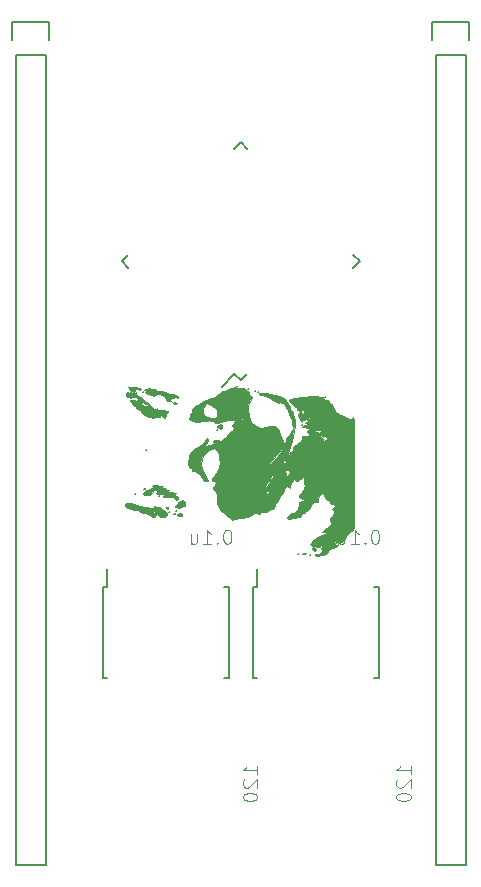
<source format=gbr>
G04 #@! TF.FileFunction,Legend,Bot*
%FSLAX46Y46*%
G04 Gerber Fmt 4.6, Leading zero omitted, Abs format (unit mm)*
G04 Created by KiCad (PCBNEW 4.0.5) date 01/02/17 01:45:52*
%MOMM*%
%LPD*%
G01*
G04 APERTURE LIST*
%ADD10C,0.100000*%
%ADD11C,0.150000*%
%ADD12C,0.010000*%
%ADD13C,0.101600*%
G04 APERTURE END LIST*
D10*
D11*
X38100000Y-2540000D02*
X38100000Y-71120000D01*
X38100000Y-71120000D02*
X35560000Y-71120000D01*
X35560000Y-71120000D02*
X35560000Y-2540000D01*
X35280000Y280000D02*
X35280000Y-1270000D01*
X35560000Y-2540000D02*
X38100000Y-2540000D01*
X38380000Y-1270000D02*
X38380000Y280000D01*
X38380000Y280000D02*
X35280000Y280000D01*
X19050000Y-30076272D02*
X18512599Y-29538870D01*
X29126272Y-20000000D02*
X28588870Y-19462599D01*
X19050000Y-9923728D02*
X19587401Y-10461130D01*
X8973728Y-20000000D02*
X9511130Y-20537401D01*
X19050000Y-30076272D02*
X19587401Y-29538870D01*
X8973728Y-20000000D02*
X9511130Y-19462599D01*
X19050000Y-9923728D02*
X18512599Y-10461130D01*
X29126272Y-20000000D02*
X28588870Y-20537401D01*
X18512599Y-29538870D02*
X17434261Y-30617208D01*
X7375000Y-47560000D02*
X7730000Y-47560000D01*
X7375000Y-55310000D02*
X7730000Y-55310000D01*
X18025000Y-55310000D02*
X17670000Y-55310000D01*
X18025000Y-47560000D02*
X17670000Y-47560000D01*
X7375000Y-47560000D02*
X7375000Y-55310000D01*
X18025000Y-47560000D02*
X18025000Y-55310000D01*
X7730000Y-47560000D02*
X7730000Y-46035000D01*
X20075000Y-47560000D02*
X20430000Y-47560000D01*
X20075000Y-55310000D02*
X20430000Y-55310000D01*
X30725000Y-55310000D02*
X30370000Y-55310000D01*
X30725000Y-47560000D02*
X30370000Y-47560000D01*
X20075000Y-47560000D02*
X20075000Y-55310000D01*
X30725000Y-47560000D02*
X30725000Y-55310000D01*
X20430000Y-47560000D02*
X20430000Y-46035000D01*
X2540000Y-2540000D02*
X2540000Y-71120000D01*
X2540000Y-71120000D02*
X0Y-71120000D01*
X0Y-71120000D02*
X0Y-2540000D01*
X-280000Y280000D02*
X-280000Y-1270000D01*
X0Y-2540000D02*
X2540000Y-2540000D01*
X2820000Y-1270000D02*
X2820000Y280000D01*
X2820000Y280000D02*
X-280000Y280000D01*
D12*
G36*
X14605110Y-37100508D02*
X14624634Y-37185333D01*
X14712301Y-37416042D01*
X14817206Y-37521236D01*
X14836357Y-37524000D01*
X14923762Y-37581225D01*
X14916485Y-37642912D01*
X14929603Y-37729156D01*
X15079533Y-37738917D01*
X15221921Y-37734547D01*
X15250161Y-37754060D01*
X15274187Y-37833323D01*
X15396295Y-37964551D01*
X15573714Y-38105719D01*
X15671096Y-38167646D01*
X15815841Y-38322896D01*
X15860055Y-38442813D01*
X15942233Y-38591365D01*
X16087161Y-38624666D01*
X16287211Y-38624666D01*
X15996605Y-38057197D01*
X15788688Y-37567668D01*
X15712530Y-37149241D01*
X15766090Y-36769232D01*
X15897892Y-36476233D01*
X16094284Y-36221392D01*
X16341366Y-36005272D01*
X16396204Y-35970653D01*
X16612510Y-35862599D01*
X16763557Y-35845068D01*
X16907916Y-35901552D01*
X17029049Y-35999153D01*
X17115938Y-36165477D01*
X17187850Y-36443087D01*
X17213418Y-36576465D01*
X17266656Y-37092778D01*
X17210054Y-37511058D01*
X17034400Y-37869463D01*
X16847297Y-38093270D01*
X16677433Y-38311058D01*
X16615197Y-38486851D01*
X16663600Y-38592130D01*
X16793233Y-38604999D01*
X16910377Y-38641358D01*
X16926298Y-38789202D01*
X16839813Y-39023390D01*
X16815133Y-39069456D01*
X16735027Y-39238812D01*
X16756459Y-39339573D01*
X16866423Y-39429548D01*
X16972822Y-39533626D01*
X17026379Y-39687409D01*
X17041828Y-39942636D01*
X17041277Y-40043509D01*
X17086143Y-40486283D01*
X17220181Y-40879322D01*
X17424570Y-41183569D01*
X17674500Y-41357756D01*
X17799316Y-41445006D01*
X17822666Y-41500676D01*
X17889682Y-41581393D01*
X17930850Y-41588000D01*
X18062972Y-41647108D01*
X18186031Y-41759680D01*
X18339727Y-41877259D01*
X18480014Y-41855483D01*
X18638963Y-41806665D01*
X18904497Y-41756021D01*
X19169271Y-41720449D01*
X19596795Y-41641821D01*
X19910484Y-41504239D01*
X19989324Y-41449418D01*
X20192615Y-41316879D01*
X20339222Y-41291948D01*
X20436319Y-41328105D01*
X20622016Y-41409692D01*
X20684673Y-41392696D01*
X20664483Y-41342871D01*
X20677741Y-41257418D01*
X20794932Y-41208148D01*
X20951585Y-41213492D01*
X21021662Y-41240754D01*
X21171636Y-41255744D01*
X21380122Y-41146199D01*
X21437719Y-41103840D01*
X21608264Y-40988639D01*
X21707268Y-40950559D01*
X21717333Y-40961789D01*
X21757923Y-40953127D01*
X21856470Y-40835438D01*
X21864842Y-40823672D01*
X21963467Y-40656158D01*
X21991842Y-40550833D01*
X22034283Y-40489614D01*
X22056000Y-40487333D01*
X22133791Y-40420007D01*
X22140666Y-40376298D01*
X22194334Y-40236768D01*
X22304901Y-40088977D01*
X22407046Y-39946871D01*
X22417790Y-39861346D01*
X22429120Y-39813106D01*
X22456939Y-39810000D01*
X22545690Y-39737534D01*
X22629721Y-39566614D01*
X22684495Y-39366956D01*
X22685474Y-39208274D01*
X22676411Y-39186441D01*
X22664796Y-39134970D01*
X22690802Y-39153098D01*
X22804588Y-39161337D01*
X22873709Y-39121565D01*
X23010173Y-39074593D01*
X23116271Y-39134275D01*
X23207932Y-39195834D01*
X23201370Y-39127945D01*
X23190906Y-39099773D01*
X23210355Y-38929409D01*
X23315988Y-38802682D01*
X23458564Y-38609282D01*
X23513038Y-38433661D01*
X23558344Y-38279497D01*
X23656904Y-38268648D01*
X23727086Y-38321730D01*
X23681552Y-38350926D01*
X23584748Y-38429930D01*
X23636538Y-38526011D01*
X23760056Y-38585736D01*
X23927430Y-38586361D01*
X24090573Y-38454162D01*
X24119889Y-38418849D01*
X24245080Y-38273479D01*
X24318173Y-38251726D01*
X24391786Y-38344136D01*
X24406217Y-38367407D01*
X24458838Y-38498573D01*
X24429479Y-38540000D01*
X24388878Y-38607271D01*
X24428774Y-38757210D01*
X24464370Y-39020283D01*
X24429657Y-39127077D01*
X24385652Y-39273986D01*
X24401423Y-39333201D01*
X24391661Y-39383113D01*
X24361999Y-39386666D01*
X24299666Y-39440364D01*
X24299666Y-39894666D01*
X24342000Y-39937000D01*
X24299666Y-39979333D01*
X24257333Y-39937000D01*
X24299666Y-39894666D01*
X24299666Y-39440364D01*
X24278412Y-39458674D01*
X24240045Y-39577166D01*
X24176893Y-39716102D01*
X24100863Y-39744402D01*
X24029693Y-39766862D01*
X24039900Y-39800670D01*
X24023098Y-39895415D01*
X23982694Y-39919676D01*
X23969690Y-39972471D01*
X24095777Y-40046607D01*
X24100942Y-40048685D01*
X24307740Y-40156184D01*
X24383337Y-40249844D01*
X24318345Y-40308426D01*
X24219996Y-40318000D01*
X24054787Y-40353718D01*
X23993679Y-40423833D01*
X23952570Y-40765631D01*
X23895522Y-40984404D01*
X23807365Y-41126458D01*
X23744193Y-41185379D01*
X23585375Y-41277630D01*
X23482173Y-41283533D01*
X23383710Y-41308476D01*
X23236148Y-41420986D01*
X23090572Y-41572112D01*
X22998070Y-41712906D01*
X22987333Y-41757673D01*
X23057855Y-41799774D01*
X23225698Y-41801545D01*
X23425271Y-41768862D01*
X23590986Y-41707597D01*
X23598788Y-41702911D01*
X23766603Y-41658203D01*
X23894465Y-41659773D01*
X24049141Y-41633674D01*
X24133268Y-41478608D01*
X24138238Y-41459647D01*
X24214360Y-41296889D01*
X24343093Y-41274305D01*
X24353055Y-41276756D01*
X24460718Y-41279125D01*
X24464120Y-41241437D01*
X24495190Y-41181750D01*
X24598929Y-41164666D01*
X24771606Y-41093838D01*
X24825467Y-40995333D01*
X24889984Y-40858135D01*
X24938652Y-40826000D01*
X25003725Y-40754289D01*
X25034611Y-40642227D01*
X25116406Y-40491181D01*
X25314137Y-40425034D01*
X25505323Y-40397049D01*
X25588472Y-40349505D01*
X25622034Y-40231904D01*
X25635789Y-40147137D01*
X25714031Y-39857465D01*
X25821795Y-39682437D01*
X25938833Y-39636531D01*
X26044903Y-39734226D01*
X26083131Y-39827217D01*
X26197835Y-40053353D01*
X26352994Y-40202838D01*
X26449640Y-40233333D01*
X26553588Y-40299709D01*
X26631880Y-40409918D01*
X26719996Y-40528312D01*
X26771939Y-40540949D01*
X26858432Y-40556020D01*
X26950788Y-40628693D01*
X27035504Y-40740204D01*
X26989826Y-40830804D01*
X26919542Y-40888377D01*
X26818511Y-40997531D01*
X26860833Y-41054437D01*
X26941573Y-41158926D01*
X26935783Y-41333354D01*
X26863653Y-41516191D01*
X26755000Y-41635349D01*
X26755000Y-42434666D01*
X26797333Y-42477000D01*
X26755000Y-42519333D01*
X26712666Y-42477000D01*
X26755000Y-42434666D01*
X26755000Y-41635349D01*
X26745373Y-41645907D01*
X26657975Y-41672666D01*
X26594293Y-41743635D01*
X26579619Y-41842000D01*
X26607315Y-41979691D01*
X26645611Y-42011333D01*
X26699246Y-42071214D01*
X26678706Y-42209575D01*
X26670333Y-42227048D01*
X26670333Y-43876592D01*
X26685478Y-43911530D01*
X26628000Y-43958666D01*
X26473651Y-44030310D01*
X26416333Y-44040740D01*
X26401188Y-44005802D01*
X26458666Y-43958666D01*
X26613015Y-43887022D01*
X26670333Y-43876592D01*
X26670333Y-42227048D01*
X26604475Y-42364491D01*
X26497037Y-42474037D01*
X26491574Y-42477000D01*
X26312957Y-42599157D01*
X26137444Y-42754320D01*
X25946359Y-42946973D01*
X26150943Y-42895626D01*
X26326787Y-42888902D01*
X26412093Y-42935806D01*
X26398242Y-43015115D01*
X26343524Y-43027333D01*
X26247000Y-43049411D01*
X26247000Y-43874000D01*
X26289333Y-43916333D01*
X26247000Y-43958666D01*
X26204666Y-43916333D01*
X26247000Y-43874000D01*
X26247000Y-43049411D01*
X26187502Y-43063021D01*
X25969008Y-43150503D01*
X25936361Y-43166183D01*
X25559625Y-43353818D01*
X25310121Y-43486850D01*
X25162201Y-43583484D01*
X25090215Y-43661926D01*
X25068516Y-43740385D01*
X25068389Y-43782312D01*
X25038740Y-43923410D01*
X24987955Y-43958666D01*
X24914604Y-43979722D01*
X24967849Y-44031118D01*
X25111895Y-44095202D01*
X25310950Y-44154320D01*
X25434465Y-44178894D01*
X25663330Y-44205619D01*
X25753368Y-44185443D01*
X25742956Y-44134401D01*
X25743104Y-44063054D01*
X25884832Y-44054879D01*
X25913960Y-44058006D01*
X26098976Y-44119249D01*
X26187553Y-44212666D01*
X26196786Y-44293493D01*
X26119040Y-44238896D01*
X26113650Y-44233833D01*
X25975771Y-44136838D01*
X25906854Y-44188943D01*
X25889279Y-44297333D01*
X25920574Y-44434836D01*
X25977095Y-44467963D01*
X26009912Y-44501211D01*
X25950666Y-44551333D01*
X25866361Y-44618582D01*
X25929987Y-44640438D01*
X25950666Y-44641980D01*
X25970356Y-44667101D01*
X25852844Y-44717539D01*
X25823666Y-44726602D01*
X25594851Y-44767070D01*
X25422032Y-44756122D01*
X25316450Y-44752540D01*
X25325257Y-44842130D01*
X25440091Y-44944251D01*
X25583721Y-44974666D01*
X25721182Y-44946996D01*
X25739713Y-44891154D01*
X25771333Y-44839415D01*
X25937782Y-44836746D01*
X25946383Y-44837715D01*
X26125589Y-44836463D01*
X26204489Y-44792131D01*
X26204666Y-44789230D01*
X26257194Y-44749049D01*
X26289333Y-44763000D01*
X26362910Y-44745158D01*
X26374000Y-44690385D01*
X26435666Y-44552030D01*
X26479833Y-44522739D01*
X26509531Y-44485466D01*
X26437500Y-44473350D01*
X26311636Y-44431297D01*
X26289333Y-44389926D01*
X26355654Y-44343428D01*
X26437771Y-44352003D01*
X26608586Y-44343552D01*
X26847405Y-44276952D01*
X27081715Y-44178699D01*
X27239007Y-44075292D01*
X27257327Y-44052512D01*
X27227748Y-44008035D01*
X27114950Y-44016240D01*
X26992479Y-44033799D01*
X27018728Y-43991525D01*
X27051333Y-43967307D01*
X27120378Y-43899045D01*
X27040980Y-43876501D01*
X26987833Y-43875296D01*
X26839128Y-43841293D01*
X26797333Y-43786436D01*
X26866067Y-43736675D01*
X27020954Y-43729192D01*
X27185024Y-43760836D01*
X27265154Y-43805599D01*
X27401855Y-43836740D01*
X27593917Y-43767272D01*
X27787020Y-43625595D01*
X27912891Y-43466960D01*
X27999696Y-43292420D01*
X28024416Y-43200731D01*
X28018917Y-43196666D01*
X28043712Y-43146915D01*
X28161521Y-43023520D01*
X28202334Y-42985000D01*
X28383188Y-42844389D01*
X28529677Y-42774911D01*
X28545363Y-42773333D01*
X28570212Y-42749462D01*
X28591314Y-42669984D01*
X28608943Y-42523102D01*
X28623373Y-42297015D01*
X28634880Y-41979927D01*
X28643738Y-41560039D01*
X28650220Y-41025552D01*
X28654602Y-40364669D01*
X28657157Y-39565590D01*
X28658161Y-38616519D01*
X28658117Y-37926166D01*
X28657515Y-36898897D01*
X28656309Y-36028638D01*
X28654108Y-35303067D01*
X28650519Y-34709862D01*
X28645150Y-34236699D01*
X28637610Y-33871256D01*
X28627507Y-33601210D01*
X28614447Y-33414240D01*
X28598040Y-33298021D01*
X28577894Y-33240232D01*
X28553615Y-33228550D01*
X28524813Y-33250652D01*
X28509950Y-33268753D01*
X28363666Y-33458507D01*
X27982666Y-33205125D01*
X27750905Y-33070296D01*
X27565037Y-32996248D01*
X27494159Y-32992189D01*
X27348508Y-32968888D01*
X27176858Y-32845824D01*
X27032041Y-32673097D01*
X26966889Y-32500808D01*
X26966666Y-32491956D01*
X26907819Y-32324394D01*
X26761598Y-32126189D01*
X26712666Y-32076714D01*
X26553395Y-31909739D01*
X26465015Y-31784749D01*
X26458666Y-31762147D01*
X26396238Y-31721920D01*
X26330588Y-31736462D01*
X26190716Y-31732979D01*
X26051612Y-31660490D01*
X25980483Y-31561608D01*
X25988675Y-31519663D01*
X25927678Y-31490837D01*
X25782738Y-31470901D01*
X25782738Y-34253210D01*
X25864753Y-34293438D01*
X25866000Y-34302355D01*
X25813929Y-34402738D01*
X25760166Y-34465114D01*
X25709669Y-34541484D01*
X25739000Y-34545817D01*
X25846774Y-34576554D01*
X26016869Y-34681710D01*
X26200654Y-34823036D01*
X26349496Y-34962286D01*
X26414761Y-35061210D01*
X26412235Y-35075297D01*
X26310168Y-35140908D01*
X26197611Y-35179710D01*
X26076071Y-35199199D01*
X26064066Y-35181044D01*
X26041461Y-35099361D01*
X25924682Y-34963210D01*
X25914874Y-34953947D01*
X25908333Y-34946047D01*
X25908333Y-35238000D01*
X25950666Y-35280333D01*
X25908333Y-35322666D01*
X25866000Y-35280333D01*
X25908333Y-35238000D01*
X25908333Y-34946047D01*
X25752339Y-34757625D01*
X25658451Y-34575710D01*
X25565232Y-34431669D01*
X25470276Y-34427601D01*
X25377651Y-34424459D01*
X25379064Y-34370224D01*
X25465845Y-34301923D01*
X25625085Y-34259479D01*
X25782738Y-34253210D01*
X25782738Y-31470901D01*
X25733818Y-31464172D01*
X25443549Y-31444019D01*
X25311691Y-31438852D01*
X24953818Y-31440284D01*
X24561174Y-31462046D01*
X24169730Y-31499482D01*
X23815456Y-31547937D01*
X23534323Y-31602755D01*
X23362301Y-31659281D01*
X23326000Y-31695852D01*
X23262427Y-31726279D01*
X23186111Y-31707671D01*
X23117231Y-31710820D01*
X23146345Y-31796339D01*
X23246507Y-31932299D01*
X23390774Y-32086771D01*
X23552202Y-32227824D01*
X23703848Y-32323530D01*
X23707000Y-32324941D01*
X23848729Y-32399915D01*
X23869454Y-32439204D01*
X23857823Y-32440685D01*
X23790939Y-32504217D01*
X23799814Y-32561701D01*
X23890549Y-32635368D01*
X24041364Y-32665518D01*
X24178723Y-32648746D01*
X24229086Y-32581644D01*
X24229074Y-32581583D01*
X24278876Y-32486863D01*
X24303078Y-32474612D01*
X24359932Y-32519000D01*
X24383025Y-32662810D01*
X24372160Y-32839492D01*
X24327142Y-32982496D01*
X24304658Y-33011045D01*
X24269079Y-33019241D01*
X24287873Y-32978370D01*
X24282683Y-32864772D01*
X24175301Y-32784909D01*
X24032869Y-32772830D01*
X23959161Y-32811677D01*
X23905940Y-32918953D01*
X23939924Y-33095880D01*
X23981166Y-33203962D01*
X24083370Y-33422782D01*
X24172132Y-33565724D01*
X24228289Y-33611507D01*
X24232679Y-33538848D01*
X24212303Y-33460663D01*
X24178549Y-33318853D01*
X24219864Y-33312912D01*
X24282041Y-33360705D01*
X24436008Y-33427923D01*
X24592959Y-33376960D01*
X24711878Y-33277898D01*
X24723990Y-33207602D01*
X24739783Y-33104318D01*
X24777033Y-33071768D01*
X24836414Y-33060366D01*
X24815751Y-33108251D01*
X24819022Y-33194903D01*
X24861185Y-33206000D01*
X24886221Y-33245225D01*
X24805878Y-33323838D01*
X24697948Y-33432591D01*
X24729023Y-33541177D01*
X24757729Y-33577838D01*
X24821496Y-33687422D01*
X24770703Y-33714000D01*
X24707581Y-33760819D01*
X24718120Y-33790770D01*
X24693159Y-33836121D01*
X24611368Y-33827217D01*
X24438775Y-33854761D01*
X24336085Y-33936032D01*
X24279330Y-34027185D01*
X24314983Y-34025204D01*
X24436612Y-34020900D01*
X24468338Y-34051596D01*
X24581180Y-34098960D01*
X24728188Y-34086132D01*
X24893615Y-34063019D01*
X24916539Y-34117598D01*
X24797788Y-34257326D01*
X24752005Y-34300911D01*
X24634642Y-34425396D01*
X24640713Y-34490815D01*
X24709672Y-34524934D01*
X24830346Y-34632426D01*
X24850000Y-34703346D01*
X24801451Y-34785675D01*
X24634588Y-34806443D01*
X24532500Y-34800121D01*
X24325812Y-34792937D01*
X24241465Y-34837244D01*
X24234622Y-34957577D01*
X24235168Y-34962833D01*
X24217923Y-35110650D01*
X24166671Y-35153333D01*
X24117035Y-35205262D01*
X24130333Y-35238000D01*
X24111139Y-35310483D01*
X24088000Y-35315144D01*
X24088000Y-35661333D01*
X24157690Y-35692311D01*
X24144444Y-35717777D01*
X24043964Y-35727910D01*
X24031555Y-35717777D01*
X24043177Y-35667443D01*
X24088000Y-35661333D01*
X24088000Y-35315144D01*
X24050663Y-35322666D01*
X23934808Y-35366043D01*
X23918666Y-35405720D01*
X23846651Y-35485183D01*
X23707000Y-35540759D01*
X23707000Y-36677333D01*
X23749333Y-36719666D01*
X23707000Y-36762000D01*
X23664666Y-36719666D01*
X23707000Y-36677333D01*
X23707000Y-35540759D01*
X23699255Y-35543842D01*
X23540647Y-35616466D01*
X23511191Y-35754069D01*
X23518988Y-35803674D01*
X23514444Y-35962156D01*
X23399133Y-36072731D01*
X23368333Y-36087827D01*
X23368333Y-37185333D01*
X23410666Y-37227666D01*
X23368333Y-37270000D01*
X23326000Y-37227666D01*
X23368333Y-37185333D01*
X23368333Y-36087827D01*
X23293898Y-36124312D01*
X23147731Y-36201289D01*
X23121877Y-36244457D01*
X23135500Y-36247093D01*
X23232523Y-36302190D01*
X23215582Y-36389165D01*
X23121824Y-36423333D01*
X23034746Y-36361242D01*
X23032792Y-36226001D01*
X23097771Y-36115339D01*
X23145843Y-35990677D01*
X23156666Y-35875822D01*
X23189376Y-35692134D01*
X23231959Y-35614766D01*
X23324020Y-35443431D01*
X23415054Y-35150873D01*
X23498550Y-34779536D01*
X23567996Y-34371864D01*
X23616884Y-33970303D01*
X23638700Y-33617294D01*
X23626934Y-33355284D01*
X23594973Y-33248333D01*
X23537104Y-33095631D01*
X23518291Y-33007705D01*
X23451214Y-32816901D01*
X23367675Y-32671367D01*
X23269511Y-32475462D01*
X23241333Y-32341211D01*
X23175270Y-32181463D01*
X23072000Y-32085684D01*
X22938365Y-31949850D01*
X22902666Y-31844811D01*
X22824413Y-31702336D01*
X22612686Y-31553007D01*
X22302034Y-31410996D01*
X21927007Y-31290474D01*
X21522155Y-31205611D01*
X21275577Y-31177429D01*
X20930600Y-31161764D01*
X20689681Y-31169368D01*
X20567665Y-31195714D01*
X20579400Y-31236278D01*
X20739729Y-31286533D01*
X20847147Y-31308037D01*
X21380840Y-31476801D01*
X21913286Y-31795731D01*
X21939717Y-31815333D01*
X22118778Y-31929775D01*
X22237827Y-31970290D01*
X22253274Y-31964503D01*
X22363012Y-31946137D01*
X22515718Y-31969275D01*
X22653954Y-32042846D01*
X22794038Y-32210018D01*
X22957802Y-32499344D01*
X23025168Y-32635609D01*
X23174471Y-32969665D01*
X23295463Y-33285795D01*
X23364739Y-33522101D01*
X23368878Y-33544666D01*
X23413856Y-33788416D01*
X23457777Y-33976149D01*
X23460063Y-33983870D01*
X23459785Y-34176652D01*
X23424569Y-34280204D01*
X23329661Y-34471966D01*
X23236904Y-34666500D01*
X23126098Y-34831804D01*
X23015359Y-34899333D01*
X22915860Y-34967497D01*
X22909722Y-34995402D01*
X22909722Y-37694629D01*
X23093166Y-37711338D01*
X23179086Y-37743975D01*
X23198099Y-37862874D01*
X23136577Y-38021607D01*
X23033441Y-38139991D01*
X22977634Y-38159000D01*
X22888331Y-38089456D01*
X22875414Y-37990902D01*
X22843356Y-37822642D01*
X22790747Y-37759365D01*
X22780814Y-37712448D01*
X22909722Y-37694629D01*
X22909722Y-34995402D01*
X22902666Y-35027482D01*
X22864890Y-35211259D01*
X22826706Y-35302648D01*
X22751466Y-35459674D01*
X22751466Y-36869800D01*
X22808533Y-36883149D01*
X22898440Y-36992531D01*
X22827765Y-37089355D01*
X22733333Y-37125198D01*
X22591533Y-37135620D01*
X22582437Y-37048958D01*
X22640497Y-36941652D01*
X22751466Y-36869800D01*
X22751466Y-35459674D01*
X22734057Y-35496007D01*
X22660818Y-35661333D01*
X22607291Y-35773709D01*
X22591829Y-35750912D01*
X22609041Y-35578116D01*
X22614625Y-35534333D01*
X22604165Y-35177721D01*
X22484179Y-34860264D01*
X22479333Y-34850086D01*
X22479333Y-35915333D01*
X22550877Y-35940225D01*
X22537546Y-36024935D01*
X22429556Y-36184515D01*
X22217125Y-36434016D01*
X22183000Y-36471210D01*
X22183000Y-37608666D01*
X22225333Y-37651000D01*
X22183000Y-37693333D01*
X22140666Y-37651000D01*
X22183000Y-37608666D01*
X22183000Y-36471210D01*
X21960194Y-36714061D01*
X21708130Y-36976314D01*
X21675000Y-37008505D01*
X21675000Y-38116666D01*
X21788364Y-38157367D01*
X21765364Y-38284988D01*
X21677692Y-38417984D01*
X21632666Y-38470798D01*
X21632666Y-38878666D01*
X21715132Y-38907553D01*
X21717333Y-38916003D01*
X21658004Y-38988289D01*
X21632666Y-39005666D01*
X21554647Y-38998953D01*
X21548000Y-38968330D01*
X21609460Y-38882112D01*
X21632666Y-38878666D01*
X21632666Y-38470798D01*
X21588439Y-38522676D01*
X21556099Y-38487588D01*
X21550692Y-38349500D01*
X21589063Y-38163017D01*
X21675000Y-38116666D01*
X21675000Y-37008505D01*
X21526663Y-37152638D01*
X21526663Y-39413455D01*
X21537725Y-39487674D01*
X21453483Y-39592675D01*
X21387130Y-39636137D01*
X21246165Y-39675533D01*
X21178120Y-39596782D01*
X21173827Y-39488547D01*
X21205065Y-39471333D01*
X21344240Y-39443510D01*
X21414075Y-39419941D01*
X21526663Y-39413455D01*
X21526663Y-37152638D01*
X21499349Y-37179179D01*
X21468529Y-37205500D01*
X21468529Y-38624666D01*
X21513062Y-38681401D01*
X21478739Y-38812024D01*
X21391178Y-38957160D01*
X21329277Y-39012595D01*
X21329277Y-39224017D01*
X21439091Y-39239584D01*
X21440402Y-39268486D01*
X21327085Y-39288697D01*
X21278125Y-39275170D01*
X21246054Y-39237575D01*
X21329277Y-39224017D01*
X21329277Y-39012595D01*
X21283424Y-39053660D01*
X21155138Y-39094632D01*
X21124666Y-39036478D01*
X21177833Y-38901070D01*
X21297923Y-38744546D01*
X21425822Y-38637704D01*
X21468529Y-38624666D01*
X21468529Y-37205500D01*
X21359408Y-37298695D01*
X21314875Y-37319097D01*
X21350343Y-37243405D01*
X21479314Y-37072990D01*
X21679192Y-36836395D01*
X21834014Y-36663292D01*
X22072732Y-36395334D01*
X22260878Y-36171963D01*
X22373583Y-36023392D01*
X22394666Y-35982166D01*
X22459592Y-35917179D01*
X22479333Y-35915333D01*
X22479333Y-34850086D01*
X22377826Y-34636871D01*
X22316189Y-34471409D01*
X22310000Y-34436066D01*
X22256808Y-34321230D01*
X22125175Y-34149218D01*
X22087648Y-34107473D01*
X21970028Y-33988238D01*
X21863247Y-33924949D01*
X21725250Y-33915791D01*
X21513984Y-33958952D01*
X21187391Y-34052618D01*
X21140268Y-34066626D01*
X20910079Y-34123913D01*
X20734381Y-34120538D01*
X20535931Y-34046281D01*
X20378268Y-33965810D01*
X20046587Y-33736977D01*
X19831446Y-33446809D01*
X19716575Y-33063311D01*
X19685464Y-32603584D01*
X19700036Y-32249527D01*
X19751656Y-32009915D01*
X19851881Y-31831790D01*
X19854666Y-31828230D01*
X19996368Y-31604872D01*
X20004852Y-31468992D01*
X19897000Y-31428000D01*
X19794580Y-31354861D01*
X19770000Y-31224615D01*
X19718834Y-31053930D01*
X19540431Y-30941687D01*
X19509649Y-30930473D01*
X19346148Y-30848937D01*
X19313626Y-30800752D01*
X19313626Y-33240183D01*
X19405483Y-33315649D01*
X19359404Y-33393891D01*
X19204325Y-33448925D01*
X19068831Y-33460000D01*
X18800988Y-33460000D01*
X18993088Y-33325448D01*
X19178703Y-33241820D01*
X19313626Y-33240183D01*
X19313626Y-30800752D01*
X19293273Y-30770596D01*
X19296444Y-30763430D01*
X19250675Y-30725596D01*
X19177333Y-30721812D01*
X19177333Y-31597333D01*
X19247023Y-31628311D01*
X19233777Y-31653777D01*
X19133298Y-31663910D01*
X19120888Y-31653777D01*
X19132511Y-31603443D01*
X19177333Y-31597333D01*
X19177333Y-30721812D01*
X19076806Y-30716624D01*
X18942961Y-30725332D01*
X18711526Y-30739340D01*
X18630546Y-30719854D01*
X18669333Y-30673721D01*
X18735682Y-30599547D01*
X18695496Y-30582629D01*
X18560456Y-30642941D01*
X18542333Y-30666000D01*
X18428165Y-30726421D01*
X18234955Y-30750666D01*
X18007689Y-30791319D01*
X17852904Y-30877666D01*
X17665533Y-30984240D01*
X17549411Y-31004666D01*
X17392970Y-31062504D01*
X17183718Y-31210696D01*
X17051153Y-31332916D01*
X16867787Y-31507559D01*
X16735082Y-31610942D01*
X16692461Y-31624238D01*
X16579610Y-31613673D01*
X16369586Y-31662184D01*
X16188729Y-31724545D01*
X16188729Y-32020666D01*
X16406732Y-32077404D01*
X16660586Y-32217912D01*
X16875661Y-32397634D01*
X16928527Y-32462355D01*
X17027802Y-32684836D01*
X17058373Y-32929877D01*
X17020380Y-33136415D01*
X16926741Y-33239274D01*
X16745199Y-33277214D01*
X16540175Y-33290666D01*
X16184979Y-33227330D01*
X15947352Y-33052027D01*
X15841568Y-32786814D01*
X15881903Y-32453749D01*
X15925780Y-32341340D01*
X16042105Y-32141166D01*
X16157740Y-32029225D01*
X16188729Y-32020666D01*
X16188729Y-31724545D01*
X16115044Y-31749953D01*
X15868639Y-31857159D01*
X15683027Y-31963982D01*
X15616805Y-32029127D01*
X15519370Y-32141375D01*
X15454131Y-32148983D01*
X15344019Y-32167598D01*
X15186617Y-32279352D01*
X15029239Y-32437036D01*
X14919202Y-32593439D01*
X14902511Y-32699367D01*
X14906294Y-32823963D01*
X14871455Y-32859841D01*
X14790436Y-32977360D01*
X14724670Y-33180993D01*
X14723024Y-33189042D01*
X14700387Y-33375643D01*
X14750592Y-33449435D01*
X14843753Y-33460000D01*
X15011173Y-33498017D01*
X15072885Y-33547717D01*
X15190316Y-33594539D01*
X15422830Y-33589661D01*
X15480048Y-33581968D01*
X15899948Y-33520727D01*
X16192103Y-33487706D01*
X16395778Y-33483159D01*
X16550238Y-33507338D01*
X16694745Y-33560498D01*
X16759169Y-33590224D01*
X16963615Y-33676577D01*
X17116775Y-33690020D01*
X17302665Y-33629550D01*
X17409416Y-33582453D01*
X17645683Y-33510638D01*
X17945435Y-33464726D01*
X18252505Y-33447654D01*
X18510728Y-33462360D01*
X18663939Y-33511784D01*
X18669200Y-33516541D01*
X18642151Y-33588047D01*
X18521705Y-33697371D01*
X18361963Y-33799149D01*
X18297493Y-33828230D01*
X18275644Y-33896702D01*
X18356441Y-33981684D01*
X18452287Y-34125391D01*
X18442104Y-34275693D01*
X18341743Y-34367879D01*
X18260918Y-34371665D01*
X18128319Y-34422965D01*
X18022048Y-34560727D01*
X17889128Y-34763900D01*
X17702168Y-34979069D01*
X17679745Y-35001028D01*
X17499091Y-35148819D01*
X17441666Y-35163204D01*
X17441666Y-36423333D01*
X17484000Y-36465666D01*
X17441666Y-36508000D01*
X17399333Y-36465666D01*
X17441666Y-36423333D01*
X17441666Y-35163204D01*
X17357000Y-35184414D01*
X17357000Y-36169333D01*
X17399333Y-36211666D01*
X17357000Y-36254000D01*
X17314666Y-36211666D01*
X17357000Y-36169333D01*
X17357000Y-35184414D01*
X17333485Y-35190305D01*
X17118321Y-35156788D01*
X16895270Y-35121847D01*
X16782309Y-35154445D01*
X16746401Y-35211866D01*
X16763843Y-35361263D01*
X16815495Y-35414581D01*
X16869041Y-35471594D01*
X16767847Y-35490410D01*
X16747150Y-35490703D01*
X16525812Y-35527273D01*
X16344626Y-35590419D01*
X16161546Y-35640622D01*
X16057829Y-35612603D01*
X16068089Y-35527139D01*
X16133879Y-35463910D01*
X16219852Y-35343439D01*
X16260405Y-35185172D01*
X16249830Y-35052472D01*
X16182419Y-35008702D01*
X16174690Y-35010844D01*
X16072023Y-35102325D01*
X15992728Y-35227125D01*
X15867287Y-35392655D01*
X15670042Y-35576669D01*
X15455910Y-35735151D01*
X15279810Y-35824083D01*
X15239724Y-35830666D01*
X15082061Y-35901378D01*
X14908471Y-36077387D01*
X14759929Y-36304509D01*
X14677413Y-36528554D01*
X14671763Y-36581718D01*
X14649029Y-36764896D01*
X14604250Y-36846406D01*
X14601451Y-36846666D01*
X14581145Y-36919000D01*
X14605110Y-37100508D01*
X14605110Y-37100508D01*
G37*
X14605110Y-37100508D02*
X14624634Y-37185333D01*
X14712301Y-37416042D01*
X14817206Y-37521236D01*
X14836357Y-37524000D01*
X14923762Y-37581225D01*
X14916485Y-37642912D01*
X14929603Y-37729156D01*
X15079533Y-37738917D01*
X15221921Y-37734547D01*
X15250161Y-37754060D01*
X15274187Y-37833323D01*
X15396295Y-37964551D01*
X15573714Y-38105719D01*
X15671096Y-38167646D01*
X15815841Y-38322896D01*
X15860055Y-38442813D01*
X15942233Y-38591365D01*
X16087161Y-38624666D01*
X16287211Y-38624666D01*
X15996605Y-38057197D01*
X15788688Y-37567668D01*
X15712530Y-37149241D01*
X15766090Y-36769232D01*
X15897892Y-36476233D01*
X16094284Y-36221392D01*
X16341366Y-36005272D01*
X16396204Y-35970653D01*
X16612510Y-35862599D01*
X16763557Y-35845068D01*
X16907916Y-35901552D01*
X17029049Y-35999153D01*
X17115938Y-36165477D01*
X17187850Y-36443087D01*
X17213418Y-36576465D01*
X17266656Y-37092778D01*
X17210054Y-37511058D01*
X17034400Y-37869463D01*
X16847297Y-38093270D01*
X16677433Y-38311058D01*
X16615197Y-38486851D01*
X16663600Y-38592130D01*
X16793233Y-38604999D01*
X16910377Y-38641358D01*
X16926298Y-38789202D01*
X16839813Y-39023390D01*
X16815133Y-39069456D01*
X16735027Y-39238812D01*
X16756459Y-39339573D01*
X16866423Y-39429548D01*
X16972822Y-39533626D01*
X17026379Y-39687409D01*
X17041828Y-39942636D01*
X17041277Y-40043509D01*
X17086143Y-40486283D01*
X17220181Y-40879322D01*
X17424570Y-41183569D01*
X17674500Y-41357756D01*
X17799316Y-41445006D01*
X17822666Y-41500676D01*
X17889682Y-41581393D01*
X17930850Y-41588000D01*
X18062972Y-41647108D01*
X18186031Y-41759680D01*
X18339727Y-41877259D01*
X18480014Y-41855483D01*
X18638963Y-41806665D01*
X18904497Y-41756021D01*
X19169271Y-41720449D01*
X19596795Y-41641821D01*
X19910484Y-41504239D01*
X19989324Y-41449418D01*
X20192615Y-41316879D01*
X20339222Y-41291948D01*
X20436319Y-41328105D01*
X20622016Y-41409692D01*
X20684673Y-41392696D01*
X20664483Y-41342871D01*
X20677741Y-41257418D01*
X20794932Y-41208148D01*
X20951585Y-41213492D01*
X21021662Y-41240754D01*
X21171636Y-41255744D01*
X21380122Y-41146199D01*
X21437719Y-41103840D01*
X21608264Y-40988639D01*
X21707268Y-40950559D01*
X21717333Y-40961789D01*
X21757923Y-40953127D01*
X21856470Y-40835438D01*
X21864842Y-40823672D01*
X21963467Y-40656158D01*
X21991842Y-40550833D01*
X22034283Y-40489614D01*
X22056000Y-40487333D01*
X22133791Y-40420007D01*
X22140666Y-40376298D01*
X22194334Y-40236768D01*
X22304901Y-40088977D01*
X22407046Y-39946871D01*
X22417790Y-39861346D01*
X22429120Y-39813106D01*
X22456939Y-39810000D01*
X22545690Y-39737534D01*
X22629721Y-39566614D01*
X22684495Y-39366956D01*
X22685474Y-39208274D01*
X22676411Y-39186441D01*
X22664796Y-39134970D01*
X22690802Y-39153098D01*
X22804588Y-39161337D01*
X22873709Y-39121565D01*
X23010173Y-39074593D01*
X23116271Y-39134275D01*
X23207932Y-39195834D01*
X23201370Y-39127945D01*
X23190906Y-39099773D01*
X23210355Y-38929409D01*
X23315988Y-38802682D01*
X23458564Y-38609282D01*
X23513038Y-38433661D01*
X23558344Y-38279497D01*
X23656904Y-38268648D01*
X23727086Y-38321730D01*
X23681552Y-38350926D01*
X23584748Y-38429930D01*
X23636538Y-38526011D01*
X23760056Y-38585736D01*
X23927430Y-38586361D01*
X24090573Y-38454162D01*
X24119889Y-38418849D01*
X24245080Y-38273479D01*
X24318173Y-38251726D01*
X24391786Y-38344136D01*
X24406217Y-38367407D01*
X24458838Y-38498573D01*
X24429479Y-38540000D01*
X24388878Y-38607271D01*
X24428774Y-38757210D01*
X24464370Y-39020283D01*
X24429657Y-39127077D01*
X24385652Y-39273986D01*
X24401423Y-39333201D01*
X24391661Y-39383113D01*
X24361999Y-39386666D01*
X24299666Y-39440364D01*
X24299666Y-39894666D01*
X24342000Y-39937000D01*
X24299666Y-39979333D01*
X24257333Y-39937000D01*
X24299666Y-39894666D01*
X24299666Y-39440364D01*
X24278412Y-39458674D01*
X24240045Y-39577166D01*
X24176893Y-39716102D01*
X24100863Y-39744402D01*
X24029693Y-39766862D01*
X24039900Y-39800670D01*
X24023098Y-39895415D01*
X23982694Y-39919676D01*
X23969690Y-39972471D01*
X24095777Y-40046607D01*
X24100942Y-40048685D01*
X24307740Y-40156184D01*
X24383337Y-40249844D01*
X24318345Y-40308426D01*
X24219996Y-40318000D01*
X24054787Y-40353718D01*
X23993679Y-40423833D01*
X23952570Y-40765631D01*
X23895522Y-40984404D01*
X23807365Y-41126458D01*
X23744193Y-41185379D01*
X23585375Y-41277630D01*
X23482173Y-41283533D01*
X23383710Y-41308476D01*
X23236148Y-41420986D01*
X23090572Y-41572112D01*
X22998070Y-41712906D01*
X22987333Y-41757673D01*
X23057855Y-41799774D01*
X23225698Y-41801545D01*
X23425271Y-41768862D01*
X23590986Y-41707597D01*
X23598788Y-41702911D01*
X23766603Y-41658203D01*
X23894465Y-41659773D01*
X24049141Y-41633674D01*
X24133268Y-41478608D01*
X24138238Y-41459647D01*
X24214360Y-41296889D01*
X24343093Y-41274305D01*
X24353055Y-41276756D01*
X24460718Y-41279125D01*
X24464120Y-41241437D01*
X24495190Y-41181750D01*
X24598929Y-41164666D01*
X24771606Y-41093838D01*
X24825467Y-40995333D01*
X24889984Y-40858135D01*
X24938652Y-40826000D01*
X25003725Y-40754289D01*
X25034611Y-40642227D01*
X25116406Y-40491181D01*
X25314137Y-40425034D01*
X25505323Y-40397049D01*
X25588472Y-40349505D01*
X25622034Y-40231904D01*
X25635789Y-40147137D01*
X25714031Y-39857465D01*
X25821795Y-39682437D01*
X25938833Y-39636531D01*
X26044903Y-39734226D01*
X26083131Y-39827217D01*
X26197835Y-40053353D01*
X26352994Y-40202838D01*
X26449640Y-40233333D01*
X26553588Y-40299709D01*
X26631880Y-40409918D01*
X26719996Y-40528312D01*
X26771939Y-40540949D01*
X26858432Y-40556020D01*
X26950788Y-40628693D01*
X27035504Y-40740204D01*
X26989826Y-40830804D01*
X26919542Y-40888377D01*
X26818511Y-40997531D01*
X26860833Y-41054437D01*
X26941573Y-41158926D01*
X26935783Y-41333354D01*
X26863653Y-41516191D01*
X26755000Y-41635349D01*
X26755000Y-42434666D01*
X26797333Y-42477000D01*
X26755000Y-42519333D01*
X26712666Y-42477000D01*
X26755000Y-42434666D01*
X26755000Y-41635349D01*
X26745373Y-41645907D01*
X26657975Y-41672666D01*
X26594293Y-41743635D01*
X26579619Y-41842000D01*
X26607315Y-41979691D01*
X26645611Y-42011333D01*
X26699246Y-42071214D01*
X26678706Y-42209575D01*
X26670333Y-42227048D01*
X26670333Y-43876592D01*
X26685478Y-43911530D01*
X26628000Y-43958666D01*
X26473651Y-44030310D01*
X26416333Y-44040740D01*
X26401188Y-44005802D01*
X26458666Y-43958666D01*
X26613015Y-43887022D01*
X26670333Y-43876592D01*
X26670333Y-42227048D01*
X26604475Y-42364491D01*
X26497037Y-42474037D01*
X26491574Y-42477000D01*
X26312957Y-42599157D01*
X26137444Y-42754320D01*
X25946359Y-42946973D01*
X26150943Y-42895626D01*
X26326787Y-42888902D01*
X26412093Y-42935806D01*
X26398242Y-43015115D01*
X26343524Y-43027333D01*
X26247000Y-43049411D01*
X26247000Y-43874000D01*
X26289333Y-43916333D01*
X26247000Y-43958666D01*
X26204666Y-43916333D01*
X26247000Y-43874000D01*
X26247000Y-43049411D01*
X26187502Y-43063021D01*
X25969008Y-43150503D01*
X25936361Y-43166183D01*
X25559625Y-43353818D01*
X25310121Y-43486850D01*
X25162201Y-43583484D01*
X25090215Y-43661926D01*
X25068516Y-43740385D01*
X25068389Y-43782312D01*
X25038740Y-43923410D01*
X24987955Y-43958666D01*
X24914604Y-43979722D01*
X24967849Y-44031118D01*
X25111895Y-44095202D01*
X25310950Y-44154320D01*
X25434465Y-44178894D01*
X25663330Y-44205619D01*
X25753368Y-44185443D01*
X25742956Y-44134401D01*
X25743104Y-44063054D01*
X25884832Y-44054879D01*
X25913960Y-44058006D01*
X26098976Y-44119249D01*
X26187553Y-44212666D01*
X26196786Y-44293493D01*
X26119040Y-44238896D01*
X26113650Y-44233833D01*
X25975771Y-44136838D01*
X25906854Y-44188943D01*
X25889279Y-44297333D01*
X25920574Y-44434836D01*
X25977095Y-44467963D01*
X26009912Y-44501211D01*
X25950666Y-44551333D01*
X25866361Y-44618582D01*
X25929987Y-44640438D01*
X25950666Y-44641980D01*
X25970356Y-44667101D01*
X25852844Y-44717539D01*
X25823666Y-44726602D01*
X25594851Y-44767070D01*
X25422032Y-44756122D01*
X25316450Y-44752540D01*
X25325257Y-44842130D01*
X25440091Y-44944251D01*
X25583721Y-44974666D01*
X25721182Y-44946996D01*
X25739713Y-44891154D01*
X25771333Y-44839415D01*
X25937782Y-44836746D01*
X25946383Y-44837715D01*
X26125589Y-44836463D01*
X26204489Y-44792131D01*
X26204666Y-44789230D01*
X26257194Y-44749049D01*
X26289333Y-44763000D01*
X26362910Y-44745158D01*
X26374000Y-44690385D01*
X26435666Y-44552030D01*
X26479833Y-44522739D01*
X26509531Y-44485466D01*
X26437500Y-44473350D01*
X26311636Y-44431297D01*
X26289333Y-44389926D01*
X26355654Y-44343428D01*
X26437771Y-44352003D01*
X26608586Y-44343552D01*
X26847405Y-44276952D01*
X27081715Y-44178699D01*
X27239007Y-44075292D01*
X27257327Y-44052512D01*
X27227748Y-44008035D01*
X27114950Y-44016240D01*
X26992479Y-44033799D01*
X27018728Y-43991525D01*
X27051333Y-43967307D01*
X27120378Y-43899045D01*
X27040980Y-43876501D01*
X26987833Y-43875296D01*
X26839128Y-43841293D01*
X26797333Y-43786436D01*
X26866067Y-43736675D01*
X27020954Y-43729192D01*
X27185024Y-43760836D01*
X27265154Y-43805599D01*
X27401855Y-43836740D01*
X27593917Y-43767272D01*
X27787020Y-43625595D01*
X27912891Y-43466960D01*
X27999696Y-43292420D01*
X28024416Y-43200731D01*
X28018917Y-43196666D01*
X28043712Y-43146915D01*
X28161521Y-43023520D01*
X28202334Y-42985000D01*
X28383188Y-42844389D01*
X28529677Y-42774911D01*
X28545363Y-42773333D01*
X28570212Y-42749462D01*
X28591314Y-42669984D01*
X28608943Y-42523102D01*
X28623373Y-42297015D01*
X28634880Y-41979927D01*
X28643738Y-41560039D01*
X28650220Y-41025552D01*
X28654602Y-40364669D01*
X28657157Y-39565590D01*
X28658161Y-38616519D01*
X28658117Y-37926166D01*
X28657515Y-36898897D01*
X28656309Y-36028638D01*
X28654108Y-35303067D01*
X28650519Y-34709862D01*
X28645150Y-34236699D01*
X28637610Y-33871256D01*
X28627507Y-33601210D01*
X28614447Y-33414240D01*
X28598040Y-33298021D01*
X28577894Y-33240232D01*
X28553615Y-33228550D01*
X28524813Y-33250652D01*
X28509950Y-33268753D01*
X28363666Y-33458507D01*
X27982666Y-33205125D01*
X27750905Y-33070296D01*
X27565037Y-32996248D01*
X27494159Y-32992189D01*
X27348508Y-32968888D01*
X27176858Y-32845824D01*
X27032041Y-32673097D01*
X26966889Y-32500808D01*
X26966666Y-32491956D01*
X26907819Y-32324394D01*
X26761598Y-32126189D01*
X26712666Y-32076714D01*
X26553395Y-31909739D01*
X26465015Y-31784749D01*
X26458666Y-31762147D01*
X26396238Y-31721920D01*
X26330588Y-31736462D01*
X26190716Y-31732979D01*
X26051612Y-31660490D01*
X25980483Y-31561608D01*
X25988675Y-31519663D01*
X25927678Y-31490837D01*
X25782738Y-31470901D01*
X25782738Y-34253210D01*
X25864753Y-34293438D01*
X25866000Y-34302355D01*
X25813929Y-34402738D01*
X25760166Y-34465114D01*
X25709669Y-34541484D01*
X25739000Y-34545817D01*
X25846774Y-34576554D01*
X26016869Y-34681710D01*
X26200654Y-34823036D01*
X26349496Y-34962286D01*
X26414761Y-35061210D01*
X26412235Y-35075297D01*
X26310168Y-35140908D01*
X26197611Y-35179710D01*
X26076071Y-35199199D01*
X26064066Y-35181044D01*
X26041461Y-35099361D01*
X25924682Y-34963210D01*
X25914874Y-34953947D01*
X25908333Y-34946047D01*
X25908333Y-35238000D01*
X25950666Y-35280333D01*
X25908333Y-35322666D01*
X25866000Y-35280333D01*
X25908333Y-35238000D01*
X25908333Y-34946047D01*
X25752339Y-34757625D01*
X25658451Y-34575710D01*
X25565232Y-34431669D01*
X25470276Y-34427601D01*
X25377651Y-34424459D01*
X25379064Y-34370224D01*
X25465845Y-34301923D01*
X25625085Y-34259479D01*
X25782738Y-34253210D01*
X25782738Y-31470901D01*
X25733818Y-31464172D01*
X25443549Y-31444019D01*
X25311691Y-31438852D01*
X24953818Y-31440284D01*
X24561174Y-31462046D01*
X24169730Y-31499482D01*
X23815456Y-31547937D01*
X23534323Y-31602755D01*
X23362301Y-31659281D01*
X23326000Y-31695852D01*
X23262427Y-31726279D01*
X23186111Y-31707671D01*
X23117231Y-31710820D01*
X23146345Y-31796339D01*
X23246507Y-31932299D01*
X23390774Y-32086771D01*
X23552202Y-32227824D01*
X23703848Y-32323530D01*
X23707000Y-32324941D01*
X23848729Y-32399915D01*
X23869454Y-32439204D01*
X23857823Y-32440685D01*
X23790939Y-32504217D01*
X23799814Y-32561701D01*
X23890549Y-32635368D01*
X24041364Y-32665518D01*
X24178723Y-32648746D01*
X24229086Y-32581644D01*
X24229074Y-32581583D01*
X24278876Y-32486863D01*
X24303078Y-32474612D01*
X24359932Y-32519000D01*
X24383025Y-32662810D01*
X24372160Y-32839492D01*
X24327142Y-32982496D01*
X24304658Y-33011045D01*
X24269079Y-33019241D01*
X24287873Y-32978370D01*
X24282683Y-32864772D01*
X24175301Y-32784909D01*
X24032869Y-32772830D01*
X23959161Y-32811677D01*
X23905940Y-32918953D01*
X23939924Y-33095880D01*
X23981166Y-33203962D01*
X24083370Y-33422782D01*
X24172132Y-33565724D01*
X24228289Y-33611507D01*
X24232679Y-33538848D01*
X24212303Y-33460663D01*
X24178549Y-33318853D01*
X24219864Y-33312912D01*
X24282041Y-33360705D01*
X24436008Y-33427923D01*
X24592959Y-33376960D01*
X24711878Y-33277898D01*
X24723990Y-33207602D01*
X24739783Y-33104318D01*
X24777033Y-33071768D01*
X24836414Y-33060366D01*
X24815751Y-33108251D01*
X24819022Y-33194903D01*
X24861185Y-33206000D01*
X24886221Y-33245225D01*
X24805878Y-33323838D01*
X24697948Y-33432591D01*
X24729023Y-33541177D01*
X24757729Y-33577838D01*
X24821496Y-33687422D01*
X24770703Y-33714000D01*
X24707581Y-33760819D01*
X24718120Y-33790770D01*
X24693159Y-33836121D01*
X24611368Y-33827217D01*
X24438775Y-33854761D01*
X24336085Y-33936032D01*
X24279330Y-34027185D01*
X24314983Y-34025204D01*
X24436612Y-34020900D01*
X24468338Y-34051596D01*
X24581180Y-34098960D01*
X24728188Y-34086132D01*
X24893615Y-34063019D01*
X24916539Y-34117598D01*
X24797788Y-34257326D01*
X24752005Y-34300911D01*
X24634642Y-34425396D01*
X24640713Y-34490815D01*
X24709672Y-34524934D01*
X24830346Y-34632426D01*
X24850000Y-34703346D01*
X24801451Y-34785675D01*
X24634588Y-34806443D01*
X24532500Y-34800121D01*
X24325812Y-34792937D01*
X24241465Y-34837244D01*
X24234622Y-34957577D01*
X24235168Y-34962833D01*
X24217923Y-35110650D01*
X24166671Y-35153333D01*
X24117035Y-35205262D01*
X24130333Y-35238000D01*
X24111139Y-35310483D01*
X24088000Y-35315144D01*
X24088000Y-35661333D01*
X24157690Y-35692311D01*
X24144444Y-35717777D01*
X24043964Y-35727910D01*
X24031555Y-35717777D01*
X24043177Y-35667443D01*
X24088000Y-35661333D01*
X24088000Y-35315144D01*
X24050663Y-35322666D01*
X23934808Y-35366043D01*
X23918666Y-35405720D01*
X23846651Y-35485183D01*
X23707000Y-35540759D01*
X23707000Y-36677333D01*
X23749333Y-36719666D01*
X23707000Y-36762000D01*
X23664666Y-36719666D01*
X23707000Y-36677333D01*
X23707000Y-35540759D01*
X23699255Y-35543842D01*
X23540647Y-35616466D01*
X23511191Y-35754069D01*
X23518988Y-35803674D01*
X23514444Y-35962156D01*
X23399133Y-36072731D01*
X23368333Y-36087827D01*
X23368333Y-37185333D01*
X23410666Y-37227666D01*
X23368333Y-37270000D01*
X23326000Y-37227666D01*
X23368333Y-37185333D01*
X23368333Y-36087827D01*
X23293898Y-36124312D01*
X23147731Y-36201289D01*
X23121877Y-36244457D01*
X23135500Y-36247093D01*
X23232523Y-36302190D01*
X23215582Y-36389165D01*
X23121824Y-36423333D01*
X23034746Y-36361242D01*
X23032792Y-36226001D01*
X23097771Y-36115339D01*
X23145843Y-35990677D01*
X23156666Y-35875822D01*
X23189376Y-35692134D01*
X23231959Y-35614766D01*
X23324020Y-35443431D01*
X23415054Y-35150873D01*
X23498550Y-34779536D01*
X23567996Y-34371864D01*
X23616884Y-33970303D01*
X23638700Y-33617294D01*
X23626934Y-33355284D01*
X23594973Y-33248333D01*
X23537104Y-33095631D01*
X23518291Y-33007705D01*
X23451214Y-32816901D01*
X23367675Y-32671367D01*
X23269511Y-32475462D01*
X23241333Y-32341211D01*
X23175270Y-32181463D01*
X23072000Y-32085684D01*
X22938365Y-31949850D01*
X22902666Y-31844811D01*
X22824413Y-31702336D01*
X22612686Y-31553007D01*
X22302034Y-31410996D01*
X21927007Y-31290474D01*
X21522155Y-31205611D01*
X21275577Y-31177429D01*
X20930600Y-31161764D01*
X20689681Y-31169368D01*
X20567665Y-31195714D01*
X20579400Y-31236278D01*
X20739729Y-31286533D01*
X20847147Y-31308037D01*
X21380840Y-31476801D01*
X21913286Y-31795731D01*
X21939717Y-31815333D01*
X22118778Y-31929775D01*
X22237827Y-31970290D01*
X22253274Y-31964503D01*
X22363012Y-31946137D01*
X22515718Y-31969275D01*
X22653954Y-32042846D01*
X22794038Y-32210018D01*
X22957802Y-32499344D01*
X23025168Y-32635609D01*
X23174471Y-32969665D01*
X23295463Y-33285795D01*
X23364739Y-33522101D01*
X23368878Y-33544666D01*
X23413856Y-33788416D01*
X23457777Y-33976149D01*
X23460063Y-33983870D01*
X23459785Y-34176652D01*
X23424569Y-34280204D01*
X23329661Y-34471966D01*
X23236904Y-34666500D01*
X23126098Y-34831804D01*
X23015359Y-34899333D01*
X22915860Y-34967497D01*
X22909722Y-34995402D01*
X22909722Y-37694629D01*
X23093166Y-37711338D01*
X23179086Y-37743975D01*
X23198099Y-37862874D01*
X23136577Y-38021607D01*
X23033441Y-38139991D01*
X22977634Y-38159000D01*
X22888331Y-38089456D01*
X22875414Y-37990902D01*
X22843356Y-37822642D01*
X22790747Y-37759365D01*
X22780814Y-37712448D01*
X22909722Y-37694629D01*
X22909722Y-34995402D01*
X22902666Y-35027482D01*
X22864890Y-35211259D01*
X22826706Y-35302648D01*
X22751466Y-35459674D01*
X22751466Y-36869800D01*
X22808533Y-36883149D01*
X22898440Y-36992531D01*
X22827765Y-37089355D01*
X22733333Y-37125198D01*
X22591533Y-37135620D01*
X22582437Y-37048958D01*
X22640497Y-36941652D01*
X22751466Y-36869800D01*
X22751466Y-35459674D01*
X22734057Y-35496007D01*
X22660818Y-35661333D01*
X22607291Y-35773709D01*
X22591829Y-35750912D01*
X22609041Y-35578116D01*
X22614625Y-35534333D01*
X22604165Y-35177721D01*
X22484179Y-34860264D01*
X22479333Y-34850086D01*
X22479333Y-35915333D01*
X22550877Y-35940225D01*
X22537546Y-36024935D01*
X22429556Y-36184515D01*
X22217125Y-36434016D01*
X22183000Y-36471210D01*
X22183000Y-37608666D01*
X22225333Y-37651000D01*
X22183000Y-37693333D01*
X22140666Y-37651000D01*
X22183000Y-37608666D01*
X22183000Y-36471210D01*
X21960194Y-36714061D01*
X21708130Y-36976314D01*
X21675000Y-37008505D01*
X21675000Y-38116666D01*
X21788364Y-38157367D01*
X21765364Y-38284988D01*
X21677692Y-38417984D01*
X21632666Y-38470798D01*
X21632666Y-38878666D01*
X21715132Y-38907553D01*
X21717333Y-38916003D01*
X21658004Y-38988289D01*
X21632666Y-39005666D01*
X21554647Y-38998953D01*
X21548000Y-38968330D01*
X21609460Y-38882112D01*
X21632666Y-38878666D01*
X21632666Y-38470798D01*
X21588439Y-38522676D01*
X21556099Y-38487588D01*
X21550692Y-38349500D01*
X21589063Y-38163017D01*
X21675000Y-38116666D01*
X21675000Y-37008505D01*
X21526663Y-37152638D01*
X21526663Y-39413455D01*
X21537725Y-39487674D01*
X21453483Y-39592675D01*
X21387130Y-39636137D01*
X21246165Y-39675533D01*
X21178120Y-39596782D01*
X21173827Y-39488547D01*
X21205065Y-39471333D01*
X21344240Y-39443510D01*
X21414075Y-39419941D01*
X21526663Y-39413455D01*
X21526663Y-37152638D01*
X21499349Y-37179179D01*
X21468529Y-37205500D01*
X21468529Y-38624666D01*
X21513062Y-38681401D01*
X21478739Y-38812024D01*
X21391178Y-38957160D01*
X21329277Y-39012595D01*
X21329277Y-39224017D01*
X21439091Y-39239584D01*
X21440402Y-39268486D01*
X21327085Y-39288697D01*
X21278125Y-39275170D01*
X21246054Y-39237575D01*
X21329277Y-39224017D01*
X21329277Y-39012595D01*
X21283424Y-39053660D01*
X21155138Y-39094632D01*
X21124666Y-39036478D01*
X21177833Y-38901070D01*
X21297923Y-38744546D01*
X21425822Y-38637704D01*
X21468529Y-38624666D01*
X21468529Y-37205500D01*
X21359408Y-37298695D01*
X21314875Y-37319097D01*
X21350343Y-37243405D01*
X21479314Y-37072990D01*
X21679192Y-36836395D01*
X21834014Y-36663292D01*
X22072732Y-36395334D01*
X22260878Y-36171963D01*
X22373583Y-36023392D01*
X22394666Y-35982166D01*
X22459592Y-35917179D01*
X22479333Y-35915333D01*
X22479333Y-34850086D01*
X22377826Y-34636871D01*
X22316189Y-34471409D01*
X22310000Y-34436066D01*
X22256808Y-34321230D01*
X22125175Y-34149218D01*
X22087648Y-34107473D01*
X21970028Y-33988238D01*
X21863247Y-33924949D01*
X21725250Y-33915791D01*
X21513984Y-33958952D01*
X21187391Y-34052618D01*
X21140268Y-34066626D01*
X20910079Y-34123913D01*
X20734381Y-34120538D01*
X20535931Y-34046281D01*
X20378268Y-33965810D01*
X20046587Y-33736977D01*
X19831446Y-33446809D01*
X19716575Y-33063311D01*
X19685464Y-32603584D01*
X19700036Y-32249527D01*
X19751656Y-32009915D01*
X19851881Y-31831790D01*
X19854666Y-31828230D01*
X19996368Y-31604872D01*
X20004852Y-31468992D01*
X19897000Y-31428000D01*
X19794580Y-31354861D01*
X19770000Y-31224615D01*
X19718834Y-31053930D01*
X19540431Y-30941687D01*
X19509649Y-30930473D01*
X19346148Y-30848937D01*
X19313626Y-30800752D01*
X19313626Y-33240183D01*
X19405483Y-33315649D01*
X19359404Y-33393891D01*
X19204325Y-33448925D01*
X19068831Y-33460000D01*
X18800988Y-33460000D01*
X18993088Y-33325448D01*
X19178703Y-33241820D01*
X19313626Y-33240183D01*
X19313626Y-30800752D01*
X19293273Y-30770596D01*
X19296444Y-30763430D01*
X19250675Y-30725596D01*
X19177333Y-30721812D01*
X19177333Y-31597333D01*
X19247023Y-31628311D01*
X19233777Y-31653777D01*
X19133298Y-31663910D01*
X19120888Y-31653777D01*
X19132511Y-31603443D01*
X19177333Y-31597333D01*
X19177333Y-30721812D01*
X19076806Y-30716624D01*
X18942961Y-30725332D01*
X18711526Y-30739340D01*
X18630546Y-30719854D01*
X18669333Y-30673721D01*
X18735682Y-30599547D01*
X18695496Y-30582629D01*
X18560456Y-30642941D01*
X18542333Y-30666000D01*
X18428165Y-30726421D01*
X18234955Y-30750666D01*
X18007689Y-30791319D01*
X17852904Y-30877666D01*
X17665533Y-30984240D01*
X17549411Y-31004666D01*
X17392970Y-31062504D01*
X17183718Y-31210696D01*
X17051153Y-31332916D01*
X16867787Y-31507559D01*
X16735082Y-31610942D01*
X16692461Y-31624238D01*
X16579610Y-31613673D01*
X16369586Y-31662184D01*
X16188729Y-31724545D01*
X16188729Y-32020666D01*
X16406732Y-32077404D01*
X16660586Y-32217912D01*
X16875661Y-32397634D01*
X16928527Y-32462355D01*
X17027802Y-32684836D01*
X17058373Y-32929877D01*
X17020380Y-33136415D01*
X16926741Y-33239274D01*
X16745199Y-33277214D01*
X16540175Y-33290666D01*
X16184979Y-33227330D01*
X15947352Y-33052027D01*
X15841568Y-32786814D01*
X15881903Y-32453749D01*
X15925780Y-32341340D01*
X16042105Y-32141166D01*
X16157740Y-32029225D01*
X16188729Y-32020666D01*
X16188729Y-31724545D01*
X16115044Y-31749953D01*
X15868639Y-31857159D01*
X15683027Y-31963982D01*
X15616805Y-32029127D01*
X15519370Y-32141375D01*
X15454131Y-32148983D01*
X15344019Y-32167598D01*
X15186617Y-32279352D01*
X15029239Y-32437036D01*
X14919202Y-32593439D01*
X14902511Y-32699367D01*
X14906294Y-32823963D01*
X14871455Y-32859841D01*
X14790436Y-32977360D01*
X14724670Y-33180993D01*
X14723024Y-33189042D01*
X14700387Y-33375643D01*
X14750592Y-33449435D01*
X14843753Y-33460000D01*
X15011173Y-33498017D01*
X15072885Y-33547717D01*
X15190316Y-33594539D01*
X15422830Y-33589661D01*
X15480048Y-33581968D01*
X15899948Y-33520727D01*
X16192103Y-33487706D01*
X16395778Y-33483159D01*
X16550238Y-33507338D01*
X16694745Y-33560498D01*
X16759169Y-33590224D01*
X16963615Y-33676577D01*
X17116775Y-33690020D01*
X17302665Y-33629550D01*
X17409416Y-33582453D01*
X17645683Y-33510638D01*
X17945435Y-33464726D01*
X18252505Y-33447654D01*
X18510728Y-33462360D01*
X18663939Y-33511784D01*
X18669200Y-33516541D01*
X18642151Y-33588047D01*
X18521705Y-33697371D01*
X18361963Y-33799149D01*
X18297493Y-33828230D01*
X18275644Y-33896702D01*
X18356441Y-33981684D01*
X18452287Y-34125391D01*
X18442104Y-34275693D01*
X18341743Y-34367879D01*
X18260918Y-34371665D01*
X18128319Y-34422965D01*
X18022048Y-34560727D01*
X17889128Y-34763900D01*
X17702168Y-34979069D01*
X17679745Y-35001028D01*
X17499091Y-35148819D01*
X17441666Y-35163204D01*
X17441666Y-36423333D01*
X17484000Y-36465666D01*
X17441666Y-36508000D01*
X17399333Y-36465666D01*
X17441666Y-36423333D01*
X17441666Y-35163204D01*
X17357000Y-35184414D01*
X17357000Y-36169333D01*
X17399333Y-36211666D01*
X17357000Y-36254000D01*
X17314666Y-36211666D01*
X17357000Y-36169333D01*
X17357000Y-35184414D01*
X17333485Y-35190305D01*
X17118321Y-35156788D01*
X16895270Y-35121847D01*
X16782309Y-35154445D01*
X16746401Y-35211866D01*
X16763843Y-35361263D01*
X16815495Y-35414581D01*
X16869041Y-35471594D01*
X16767847Y-35490410D01*
X16747150Y-35490703D01*
X16525812Y-35527273D01*
X16344626Y-35590419D01*
X16161546Y-35640622D01*
X16057829Y-35612603D01*
X16068089Y-35527139D01*
X16133879Y-35463910D01*
X16219852Y-35343439D01*
X16260405Y-35185172D01*
X16249830Y-35052472D01*
X16182419Y-35008702D01*
X16174690Y-35010844D01*
X16072023Y-35102325D01*
X15992728Y-35227125D01*
X15867287Y-35392655D01*
X15670042Y-35576669D01*
X15455910Y-35735151D01*
X15279810Y-35824083D01*
X15239724Y-35830666D01*
X15082061Y-35901378D01*
X14908471Y-36077387D01*
X14759929Y-36304509D01*
X14677413Y-36528554D01*
X14671763Y-36581718D01*
X14649029Y-36764896D01*
X14604250Y-36846406D01*
X14601451Y-36846666D01*
X14581145Y-36919000D01*
X14605110Y-37100508D01*
G36*
X26162333Y-31512666D02*
X26204666Y-31470333D01*
X26162333Y-31428000D01*
X26120000Y-31470333D01*
X26162333Y-31512666D01*
X26162333Y-31512666D01*
G37*
X26162333Y-31512666D02*
X26204666Y-31470333D01*
X26162333Y-31428000D01*
X26120000Y-31470333D01*
X26162333Y-31512666D01*
G36*
X25133216Y-44420681D02*
X25231904Y-44541029D01*
X25343023Y-44503324D01*
X25389847Y-44421128D01*
X25370080Y-44283341D01*
X25310587Y-44241335D01*
X25155216Y-44230531D01*
X25112152Y-44341212D01*
X25133216Y-44420681D01*
X25133216Y-44420681D01*
G37*
X25133216Y-44420681D02*
X25231904Y-44541029D01*
X25343023Y-44503324D01*
X25389847Y-44421128D01*
X25370080Y-44283341D01*
X25310587Y-44241335D01*
X25155216Y-44230531D01*
X25112152Y-44341212D01*
X25133216Y-44420681D01*
G36*
X24892333Y-44890000D02*
X24934666Y-44847666D01*
X24892333Y-44805333D01*
X24850000Y-44847666D01*
X24892333Y-44890000D01*
X24892333Y-44890000D01*
G37*
X24892333Y-44890000D02*
X24934666Y-44847666D01*
X24892333Y-44805333D01*
X24850000Y-44847666D01*
X24892333Y-44890000D01*
G36*
X24539555Y-33685777D02*
X24640035Y-33695910D01*
X24652444Y-33685777D01*
X24640822Y-33635443D01*
X24596000Y-33629333D01*
X24526309Y-33660311D01*
X24539555Y-33685777D01*
X24539555Y-33685777D01*
G37*
X24539555Y-33685777D02*
X24640035Y-33695910D01*
X24652444Y-33685777D01*
X24640822Y-33635443D01*
X24596000Y-33629333D01*
X24526309Y-33660311D01*
X24539555Y-33685777D01*
G36*
X24351808Y-44805058D02*
X24365225Y-44805333D01*
X24512523Y-44763128D01*
X24549073Y-44728099D01*
X24527950Y-44670467D01*
X24471853Y-44669204D01*
X24330964Y-44714563D01*
X24280732Y-44772890D01*
X24351808Y-44805058D01*
X24351808Y-44805058D01*
G37*
X24351808Y-44805058D02*
X24365225Y-44805333D01*
X24512523Y-44763128D01*
X24549073Y-44728099D01*
X24527950Y-44670467D01*
X24471853Y-44669204D01*
X24330964Y-44714563D01*
X24280732Y-44772890D01*
X24351808Y-44805058D01*
G36*
X24215000Y-33883333D02*
X24257333Y-33841000D01*
X24215000Y-33798666D01*
X24172666Y-33841000D01*
X24215000Y-33883333D01*
X24215000Y-33883333D01*
G37*
X24215000Y-33883333D02*
X24257333Y-33841000D01*
X24215000Y-33798666D01*
X24172666Y-33841000D01*
X24215000Y-33883333D01*
G36*
X23876333Y-44805333D02*
X23918666Y-44763000D01*
X23876333Y-44720666D01*
X23834000Y-44763000D01*
X23876333Y-44805333D01*
X23876333Y-44805333D01*
G37*
X23876333Y-44805333D02*
X23918666Y-44763000D01*
X23876333Y-44720666D01*
X23834000Y-44763000D01*
X23876333Y-44805333D01*
G36*
X23707000Y-41757333D02*
X23749333Y-41715000D01*
X23707000Y-41672666D01*
X23664666Y-41715000D01*
X23707000Y-41757333D01*
X23707000Y-41757333D01*
G37*
X23707000Y-41757333D02*
X23749333Y-41715000D01*
X23707000Y-41672666D01*
X23664666Y-41715000D01*
X23707000Y-41757333D01*
G36*
X20489666Y-31089333D02*
X20532000Y-31047000D01*
X20489666Y-31004666D01*
X20447333Y-31047000D01*
X20489666Y-31089333D01*
X20489666Y-31089333D01*
G37*
X20489666Y-31089333D02*
X20532000Y-31047000D01*
X20489666Y-31004666D01*
X20447333Y-31047000D01*
X20489666Y-31089333D01*
G36*
X20235666Y-31004666D02*
X20278000Y-30962333D01*
X20235666Y-30920000D01*
X20193333Y-30962333D01*
X20235666Y-31004666D01*
X20235666Y-31004666D01*
G37*
X20235666Y-31004666D02*
X20278000Y-30962333D01*
X20235666Y-30920000D01*
X20193333Y-30962333D01*
X20235666Y-31004666D01*
G36*
X19643000Y-30835333D02*
X19685333Y-30793000D01*
X19643000Y-30750666D01*
X19600666Y-30793000D01*
X19643000Y-30835333D01*
X19643000Y-30835333D01*
G37*
X19643000Y-30835333D02*
X19685333Y-30793000D01*
X19643000Y-30750666D01*
X19600666Y-30793000D01*
X19643000Y-30835333D01*
G36*
X18542333Y-33629333D02*
X18584666Y-33587000D01*
X18542333Y-33544666D01*
X18500000Y-33587000D01*
X18542333Y-33629333D01*
X18542333Y-33629333D01*
G37*
X18542333Y-33629333D02*
X18584666Y-33587000D01*
X18542333Y-33544666D01*
X18500000Y-33587000D01*
X18542333Y-33629333D01*
G36*
X17780333Y-33544666D02*
X17822666Y-33502333D01*
X17780333Y-33460000D01*
X17738000Y-33502333D01*
X17780333Y-33544666D01*
X17780333Y-33544666D01*
G37*
X17780333Y-33544666D02*
X17822666Y-33502333D01*
X17780333Y-33460000D01*
X17738000Y-33502333D01*
X17780333Y-33544666D01*
G36*
X17096874Y-34102080D02*
X17156835Y-34126545D01*
X17351761Y-34175895D01*
X17455646Y-34112997D01*
X17508187Y-33969319D01*
X17507442Y-33837881D01*
X17382615Y-33798981D01*
X17359440Y-33798666D01*
X17159575Y-33850932D01*
X17061369Y-33924819D01*
X17010501Y-34028860D01*
X17096874Y-34102080D01*
X17096874Y-34102080D01*
G37*
X17096874Y-34102080D02*
X17156835Y-34126545D01*
X17351761Y-34175895D01*
X17455646Y-34112997D01*
X17508187Y-33969319D01*
X17507442Y-33837881D01*
X17382615Y-33798981D01*
X17359440Y-33798666D01*
X17159575Y-33850932D01*
X17061369Y-33924819D01*
X17010501Y-34028860D01*
X17096874Y-34102080D01*
G36*
X17018333Y-34306666D02*
X17060666Y-34264333D01*
X17018333Y-34222000D01*
X16976000Y-34264333D01*
X17018333Y-34306666D01*
X17018333Y-34306666D01*
G37*
X17018333Y-34306666D02*
X17060666Y-34264333D01*
X17018333Y-34222000D01*
X16976000Y-34264333D01*
X17018333Y-34306666D01*
G36*
X13546068Y-40819319D02*
X13663436Y-40785848D01*
X13801270Y-40759040D01*
X13807738Y-40814094D01*
X13798521Y-40830011D01*
X13779079Y-40896392D01*
X13844027Y-40867904D01*
X14009206Y-40797733D01*
X14182446Y-40748989D01*
X14337956Y-40695416D01*
X14366694Y-40593977D01*
X14330948Y-40466166D01*
X14239794Y-40298613D01*
X14139535Y-40233333D01*
X13932250Y-40270626D01*
X13787736Y-40360172D01*
X13758666Y-40426225D01*
X13706954Y-40552453D01*
X13610500Y-40682418D01*
X13514022Y-40799700D01*
X13546068Y-40819319D01*
X13546068Y-40819319D01*
G37*
X13546068Y-40819319D02*
X13663436Y-40785848D01*
X13801270Y-40759040D01*
X13807738Y-40814094D01*
X13798521Y-40830011D01*
X13779079Y-40896392D01*
X13844027Y-40867904D01*
X14009206Y-40797733D01*
X14182446Y-40748989D01*
X14337956Y-40695416D01*
X14366694Y-40593977D01*
X14330948Y-40466166D01*
X14239794Y-40298613D01*
X14139535Y-40233333D01*
X13932250Y-40270626D01*
X13787736Y-40360172D01*
X13758666Y-40426225D01*
X13706954Y-40552453D01*
X13610500Y-40682418D01*
X13514022Y-40799700D01*
X13546068Y-40819319D01*
G36*
X13774466Y-41534326D02*
X13899777Y-41569753D01*
X14061600Y-41538347D01*
X14097333Y-41460051D01*
X14024515Y-41358454D01*
X13899777Y-41334000D01*
X13747710Y-41373870D01*
X13702222Y-41443701D01*
X13774466Y-41534326D01*
X13774466Y-41534326D01*
G37*
X13774466Y-41534326D02*
X13899777Y-41569753D01*
X14061600Y-41538347D01*
X14097333Y-41460051D01*
X14024515Y-41358454D01*
X13899777Y-41334000D01*
X13747710Y-41373870D01*
X13702222Y-41443701D01*
X13774466Y-41534326D01*
G36*
X10985069Y-30874858D02*
X11007000Y-30866830D01*
X11122353Y-30833697D01*
X11104169Y-30890136D01*
X11054777Y-30952934D01*
X10990765Y-31075276D01*
X11040678Y-31172909D01*
X11223785Y-31263849D01*
X11470226Y-31341375D01*
X11684894Y-31383879D01*
X11798993Y-31347773D01*
X11831401Y-31304465D01*
X11957736Y-31229339D01*
X12159730Y-31252090D01*
X12391187Y-31353017D01*
X12605909Y-31512420D01*
X12750352Y-31696361D01*
X12850900Y-31802480D01*
X12919956Y-31804082D01*
X13047070Y-31806900D01*
X13148542Y-31861127D01*
X13243805Y-31927956D01*
X13217495Y-31885978D01*
X13187166Y-31851483D01*
X13100192Y-31719189D01*
X13088075Y-31630016D01*
X13157338Y-31634325D01*
X13159174Y-31635448D01*
X13273151Y-31622283D01*
X13365442Y-31555128D01*
X13491766Y-31481456D01*
X13546598Y-31512017D01*
X13644308Y-31588290D01*
X13738167Y-31580436D01*
X13757370Y-31533833D01*
X13711913Y-31412874D01*
X13693870Y-31385666D01*
X13577761Y-31328695D01*
X13358040Y-31284325D01*
X13250666Y-31273447D01*
X12939844Y-31217295D01*
X12869666Y-31192269D01*
X12869666Y-31682000D01*
X12912000Y-31724333D01*
X12869666Y-31766666D01*
X12827333Y-31724333D01*
X12869666Y-31682000D01*
X12869666Y-31192269D01*
X12646065Y-31112530D01*
X12588651Y-31082352D01*
X12349320Y-30982934D01*
X12129226Y-30952651D01*
X12103195Y-30955881D01*
X11930104Y-30957727D01*
X11853070Y-30919035D01*
X11730346Y-30847082D01*
X11507655Y-30796987D01*
X11253682Y-30775442D01*
X11037112Y-30789142D01*
X10937134Y-30829781D01*
X10892935Y-30894249D01*
X10985069Y-30874858D01*
X10985069Y-30874858D01*
G37*
X10985069Y-30874858D02*
X11007000Y-30866830D01*
X11122353Y-30833697D01*
X11104169Y-30890136D01*
X11054777Y-30952934D01*
X10990765Y-31075276D01*
X11040678Y-31172909D01*
X11223785Y-31263849D01*
X11470226Y-31341375D01*
X11684894Y-31383879D01*
X11798993Y-31347773D01*
X11831401Y-31304465D01*
X11957736Y-31229339D01*
X12159730Y-31252090D01*
X12391187Y-31353017D01*
X12605909Y-31512420D01*
X12750352Y-31696361D01*
X12850900Y-31802480D01*
X12919956Y-31804082D01*
X13047070Y-31806900D01*
X13148542Y-31861127D01*
X13243805Y-31927956D01*
X13217495Y-31885978D01*
X13187166Y-31851483D01*
X13100192Y-31719189D01*
X13088075Y-31630016D01*
X13157338Y-31634325D01*
X13159174Y-31635448D01*
X13273151Y-31622283D01*
X13365442Y-31555128D01*
X13491766Y-31481456D01*
X13546598Y-31512017D01*
X13644308Y-31588290D01*
X13738167Y-31580436D01*
X13757370Y-31533833D01*
X13711913Y-31412874D01*
X13693870Y-31385666D01*
X13577761Y-31328695D01*
X13358040Y-31284325D01*
X13250666Y-31273447D01*
X12939844Y-31217295D01*
X12869666Y-31192269D01*
X12869666Y-31682000D01*
X12912000Y-31724333D01*
X12869666Y-31766666D01*
X12827333Y-31724333D01*
X12869666Y-31682000D01*
X12869666Y-31192269D01*
X12646065Y-31112530D01*
X12588651Y-31082352D01*
X12349320Y-30982934D01*
X12129226Y-30952651D01*
X12103195Y-30955881D01*
X11930104Y-30957727D01*
X11853070Y-30919035D01*
X11730346Y-30847082D01*
X11507655Y-30796987D01*
X11253682Y-30775442D01*
X11037112Y-30789142D01*
X10937134Y-30829781D01*
X10892935Y-30894249D01*
X10985069Y-30874858D01*
G36*
X10867709Y-39757229D02*
X11137044Y-39833523D01*
X11387407Y-39782466D01*
X11563043Y-39617087D01*
X11575716Y-39591798D01*
X11709851Y-39399043D01*
X11853317Y-39357473D01*
X11981603Y-39473458D01*
X11987822Y-39484703D01*
X12038838Y-39606569D01*
X11990525Y-39604421D01*
X11989113Y-39603553D01*
X11905482Y-39608848D01*
X11896000Y-39647463D01*
X11953976Y-39705132D01*
X12141649Y-39715195D01*
X12340500Y-39697592D01*
X12785000Y-39646264D01*
X12573333Y-39810916D01*
X12446786Y-39930518D01*
X12466244Y-39983005D01*
X12488666Y-39986450D01*
X12779206Y-40006386D01*
X12976133Y-40002339D01*
X13153823Y-39971619D01*
X13198665Y-39960779D01*
X13352526Y-39933519D01*
X13392172Y-39950504D01*
X13389899Y-39952988D01*
X13380449Y-40050199D01*
X13470606Y-40145907D01*
X13599353Y-40185009D01*
X13637856Y-40176908D01*
X13749420Y-40076598D01*
X13721851Y-39953644D01*
X13568166Y-39862210D01*
X13445504Y-39808437D01*
X13478544Y-39745228D01*
X13490598Y-39737117D01*
X13534888Y-39660446D01*
X13434165Y-39598375D01*
X13212693Y-39561023D01*
X13053241Y-39554703D01*
X12886202Y-39542611D01*
X12871366Y-39502398D01*
X12912000Y-39471333D01*
X12977310Y-39409979D01*
X12892741Y-39389006D01*
X12843503Y-39387963D01*
X12713032Y-39357467D01*
X12700333Y-39302000D01*
X12668654Y-39240365D01*
X12514830Y-39216036D01*
X12364254Y-39203474D01*
X12365896Y-39160246D01*
X12404000Y-39132666D01*
X12469178Y-39071358D01*
X12384552Y-39050351D01*
X12334933Y-39049296D01*
X12112494Y-39016329D01*
X11996267Y-38973970D01*
X11803920Y-38942668D01*
X11684333Y-38968019D01*
X11576574Y-39022990D01*
X11578500Y-39042049D01*
X11608637Y-39083913D01*
X11531089Y-39170337D01*
X11389691Y-39270292D01*
X11228281Y-39352744D01*
X11091666Y-39386666D01*
X10921428Y-39430827D01*
X10880000Y-39513666D01*
X10822899Y-39627927D01*
X10774166Y-39643666D01*
X10758229Y-39678555D01*
X10867709Y-39757229D01*
X10867709Y-39757229D01*
G37*
X10867709Y-39757229D02*
X11137044Y-39833523D01*
X11387407Y-39782466D01*
X11563043Y-39617087D01*
X11575716Y-39591798D01*
X11709851Y-39399043D01*
X11853317Y-39357473D01*
X11981603Y-39473458D01*
X11987822Y-39484703D01*
X12038838Y-39606569D01*
X11990525Y-39604421D01*
X11989113Y-39603553D01*
X11905482Y-39608848D01*
X11896000Y-39647463D01*
X11953976Y-39705132D01*
X12141649Y-39715195D01*
X12340500Y-39697592D01*
X12785000Y-39646264D01*
X12573333Y-39810916D01*
X12446786Y-39930518D01*
X12466244Y-39983005D01*
X12488666Y-39986450D01*
X12779206Y-40006386D01*
X12976133Y-40002339D01*
X13153823Y-39971619D01*
X13198665Y-39960779D01*
X13352526Y-39933519D01*
X13392172Y-39950504D01*
X13389899Y-39952988D01*
X13380449Y-40050199D01*
X13470606Y-40145907D01*
X13599353Y-40185009D01*
X13637856Y-40176908D01*
X13749420Y-40076598D01*
X13721851Y-39953644D01*
X13568166Y-39862210D01*
X13445504Y-39808437D01*
X13478544Y-39745228D01*
X13490598Y-39737117D01*
X13534888Y-39660446D01*
X13434165Y-39598375D01*
X13212693Y-39561023D01*
X13053241Y-39554703D01*
X12886202Y-39542611D01*
X12871366Y-39502398D01*
X12912000Y-39471333D01*
X12977310Y-39409979D01*
X12892741Y-39389006D01*
X12843503Y-39387963D01*
X12713032Y-39357467D01*
X12700333Y-39302000D01*
X12668654Y-39240365D01*
X12514830Y-39216036D01*
X12364254Y-39203474D01*
X12365896Y-39160246D01*
X12404000Y-39132666D01*
X12469178Y-39071358D01*
X12384552Y-39050351D01*
X12334933Y-39049296D01*
X12112494Y-39016329D01*
X11996267Y-38973970D01*
X11803920Y-38942668D01*
X11684333Y-38968019D01*
X11576574Y-39022990D01*
X11578500Y-39042049D01*
X11608637Y-39083913D01*
X11531089Y-39170337D01*
X11389691Y-39270292D01*
X11228281Y-39352744D01*
X11091666Y-39386666D01*
X10921428Y-39430827D01*
X10880000Y-39513666D01*
X10822899Y-39627927D01*
X10774166Y-39643666D01*
X10758229Y-39678555D01*
X10867709Y-39757229D01*
G36*
X13423734Y-32057391D02*
X13547947Y-32055452D01*
X13629216Y-31994895D01*
X13631024Y-31968935D01*
X13618290Y-31977598D01*
X13514258Y-31969493D01*
X13463067Y-31936609D01*
X13378379Y-31908393D01*
X13363555Y-31970114D01*
X13423734Y-32057391D01*
X13423734Y-32057391D01*
G37*
X13423734Y-32057391D02*
X13547947Y-32055452D01*
X13629216Y-31994895D01*
X13631024Y-31968935D01*
X13618290Y-31977598D01*
X13514258Y-31969493D01*
X13463067Y-31936609D01*
X13378379Y-31908393D01*
X13363555Y-31970114D01*
X13423734Y-32057391D01*
G36*
X13547000Y-41164666D02*
X13589333Y-41122333D01*
X13547000Y-41080000D01*
X13504666Y-41122333D01*
X13547000Y-41164666D01*
X13547000Y-41164666D01*
G37*
X13547000Y-41164666D02*
X13589333Y-41122333D01*
X13547000Y-41080000D01*
X13504666Y-41122333D01*
X13547000Y-41164666D01*
G36*
X13363555Y-41390444D02*
X13464035Y-41400577D01*
X13476444Y-41390444D01*
X13464822Y-41340110D01*
X13420000Y-41334000D01*
X13350309Y-41364978D01*
X13363555Y-41390444D01*
X13363555Y-41390444D01*
G37*
X13363555Y-41390444D02*
X13464035Y-41400577D01*
X13476444Y-41390444D01*
X13464822Y-41340110D01*
X13420000Y-41334000D01*
X13350309Y-41364978D01*
X13363555Y-41390444D01*
G36*
X12718772Y-40923057D02*
X12783285Y-40964057D01*
X12927651Y-40991826D01*
X12935627Y-40927282D01*
X12865603Y-40848009D01*
X12743822Y-40793471D01*
X12699442Y-40827440D01*
X12718772Y-40923057D01*
X12718772Y-40923057D01*
G37*
X12718772Y-40923057D02*
X12783285Y-40964057D01*
X12927651Y-40991826D01*
X12935627Y-40927282D01*
X12865603Y-40848009D01*
X12743822Y-40793471D01*
X12699442Y-40827440D01*
X12718772Y-40923057D01*
G36*
X12954333Y-41249333D02*
X12996666Y-41207000D01*
X12954333Y-41164666D01*
X12912000Y-41207000D01*
X12954333Y-41249333D01*
X12954333Y-41249333D01*
G37*
X12954333Y-41249333D02*
X12996666Y-41207000D01*
X12954333Y-41164666D01*
X12912000Y-41207000D01*
X12954333Y-41249333D01*
G36*
X9376772Y-31404135D02*
X9539397Y-31521711D01*
X9728239Y-31576020D01*
X9876043Y-31534447D01*
X9878000Y-31532532D01*
X10030611Y-31486377D01*
X10210299Y-31528014D01*
X10369222Y-31598132D01*
X10386587Y-31668666D01*
X10333909Y-31732185D01*
X10329666Y-31734478D01*
X10329666Y-32359333D01*
X10372000Y-32401666D01*
X10329666Y-32444000D01*
X10287333Y-32401666D01*
X10329666Y-32359333D01*
X10329666Y-31734478D01*
X10195281Y-31807110D01*
X9998877Y-31769579D01*
X9985157Y-31764445D01*
X9780580Y-31711787D01*
X9705198Y-31752298D01*
X9768370Y-31880245D01*
X9777635Y-31891620D01*
X9833633Y-31995039D01*
X9810866Y-32021224D01*
X9821106Y-32060692D01*
X9942428Y-32156871D01*
X9970515Y-32175764D01*
X10115843Y-32291530D01*
X10161598Y-32370421D01*
X10158300Y-32375476D01*
X10194723Y-32434166D01*
X10344355Y-32516929D01*
X10368209Y-32527096D01*
X10531171Y-32615066D01*
X10588241Y-32688655D01*
X10585915Y-32694361D01*
X10619681Y-32780844D01*
X10756220Y-32906692D01*
X10946193Y-33036860D01*
X11140266Y-33136304D01*
X11254300Y-33169140D01*
X11490591Y-33216472D01*
X11599666Y-33248563D01*
X11709997Y-33278597D01*
X11674685Y-33233485D01*
X11642000Y-33207358D01*
X11583437Y-33145009D01*
X11658592Y-33139726D01*
X11769000Y-33159702D01*
X12049537Y-33212622D01*
X12200245Y-33225394D01*
X12256097Y-33196780D01*
X12255833Y-33142500D01*
X12272825Y-33045364D01*
X12383992Y-33081782D01*
X12506810Y-33180086D01*
X12619093Y-33274900D01*
X12636088Y-33253371D01*
X12610525Y-33180800D01*
X12620428Y-33035193D01*
X12686202Y-32988040D01*
X12775405Y-32880900D01*
X12765265Y-32804103D01*
X12757104Y-32714445D01*
X12812945Y-32731440D01*
X12902014Y-32759806D01*
X12912000Y-32745330D01*
X12890833Y-32691522D01*
X12654436Y-32640888D01*
X12615666Y-32636741D01*
X12615666Y-32782666D01*
X12658000Y-32825000D01*
X12615666Y-32867333D01*
X12573333Y-32825000D01*
X12615666Y-32782666D01*
X12615666Y-32636741D01*
X12379245Y-32611448D01*
X12125532Y-32606099D01*
X11953569Y-32627741D01*
X11920909Y-32644868D01*
X11847962Y-32608237D01*
X11689960Y-32478112D01*
X11480228Y-32282075D01*
X11467226Y-32269311D01*
X11261647Y-32074840D01*
X11112347Y-31948643D01*
X11049328Y-31915907D01*
X11048912Y-31918149D01*
X11003399Y-31900533D01*
X10891224Y-31781081D01*
X10858412Y-31741029D01*
X10822935Y-31704447D01*
X10822935Y-31897486D01*
X10932703Y-31952779D01*
X10939763Y-32005995D01*
X10880000Y-31978333D01*
X10809061Y-31956082D01*
X10830435Y-32008966D01*
X10931759Y-32070618D01*
X10970516Y-32059384D01*
X11105344Y-32049561D01*
X11186042Y-32165610D01*
X11190444Y-32211559D01*
X11156526Y-32279141D01*
X11091666Y-32275034D01*
X11091666Y-32867333D01*
X11134000Y-32909666D01*
X11091666Y-32952000D01*
X11049333Y-32909666D01*
X11091666Y-32867333D01*
X11091666Y-32275034D01*
X11028659Y-32271043D01*
X10908222Y-32236899D01*
X10719913Y-32152997D01*
X10627829Y-32062977D01*
X10626000Y-32051341D01*
X10690304Y-31939609D01*
X10822935Y-31897486D01*
X10822935Y-31704447D01*
X10696890Y-31574476D01*
X10554182Y-31482079D01*
X10541333Y-31478650D01*
X10541333Y-32444000D01*
X10611023Y-32474978D01*
X10597777Y-32500444D01*
X10497298Y-32510577D01*
X10484888Y-32500444D01*
X10496511Y-32450110D01*
X10541333Y-32444000D01*
X10541333Y-31478650D01*
X10400222Y-31433304D01*
X10400222Y-31794888D01*
X10450556Y-31806511D01*
X10456666Y-31851333D01*
X10425688Y-31921023D01*
X10400222Y-31907777D01*
X10390089Y-31807298D01*
X10400222Y-31794888D01*
X10400222Y-31433304D01*
X10275974Y-31393376D01*
X10154149Y-31276339D01*
X10156427Y-31195980D01*
X10155951Y-31108622D01*
X10070493Y-31121936D01*
X9890143Y-31126840D01*
X9775105Y-31087070D01*
X9754655Y-31079146D01*
X9754655Y-31377777D01*
X9785183Y-31389282D01*
X9860257Y-31471016D01*
X9774750Y-31511010D01*
X9732003Y-31512666D01*
X9644800Y-31471010D01*
X9653186Y-31426618D01*
X9754655Y-31377777D01*
X9754655Y-31079146D01*
X9659830Y-31042401D01*
X9653998Y-31112185D01*
X9666699Y-31150874D01*
X9688623Y-31250068D01*
X9620515Y-31208888D01*
X9605527Y-31195166D01*
X9440386Y-31096483D01*
X9333276Y-31139865D01*
X9307619Y-31255909D01*
X9376772Y-31404135D01*
X9376772Y-31404135D01*
G37*
X9376772Y-31404135D02*
X9539397Y-31521711D01*
X9728239Y-31576020D01*
X9876043Y-31534447D01*
X9878000Y-31532532D01*
X10030611Y-31486377D01*
X10210299Y-31528014D01*
X10369222Y-31598132D01*
X10386587Y-31668666D01*
X10333909Y-31732185D01*
X10329666Y-31734478D01*
X10329666Y-32359333D01*
X10372000Y-32401666D01*
X10329666Y-32444000D01*
X10287333Y-32401666D01*
X10329666Y-32359333D01*
X10329666Y-31734478D01*
X10195281Y-31807110D01*
X9998877Y-31769579D01*
X9985157Y-31764445D01*
X9780580Y-31711787D01*
X9705198Y-31752298D01*
X9768370Y-31880245D01*
X9777635Y-31891620D01*
X9833633Y-31995039D01*
X9810866Y-32021224D01*
X9821106Y-32060692D01*
X9942428Y-32156871D01*
X9970515Y-32175764D01*
X10115843Y-32291530D01*
X10161598Y-32370421D01*
X10158300Y-32375476D01*
X10194723Y-32434166D01*
X10344355Y-32516929D01*
X10368209Y-32527096D01*
X10531171Y-32615066D01*
X10588241Y-32688655D01*
X10585915Y-32694361D01*
X10619681Y-32780844D01*
X10756220Y-32906692D01*
X10946193Y-33036860D01*
X11140266Y-33136304D01*
X11254300Y-33169140D01*
X11490591Y-33216472D01*
X11599666Y-33248563D01*
X11709997Y-33278597D01*
X11674685Y-33233485D01*
X11642000Y-33207358D01*
X11583437Y-33145009D01*
X11658592Y-33139726D01*
X11769000Y-33159702D01*
X12049537Y-33212622D01*
X12200245Y-33225394D01*
X12256097Y-33196780D01*
X12255833Y-33142500D01*
X12272825Y-33045364D01*
X12383992Y-33081782D01*
X12506810Y-33180086D01*
X12619093Y-33274900D01*
X12636088Y-33253371D01*
X12610525Y-33180800D01*
X12620428Y-33035193D01*
X12686202Y-32988040D01*
X12775405Y-32880900D01*
X12765265Y-32804103D01*
X12757104Y-32714445D01*
X12812945Y-32731440D01*
X12902014Y-32759806D01*
X12912000Y-32745330D01*
X12890833Y-32691522D01*
X12654436Y-32640888D01*
X12615666Y-32636741D01*
X12615666Y-32782666D01*
X12658000Y-32825000D01*
X12615666Y-32867333D01*
X12573333Y-32825000D01*
X12615666Y-32782666D01*
X12615666Y-32636741D01*
X12379245Y-32611448D01*
X12125532Y-32606099D01*
X11953569Y-32627741D01*
X11920909Y-32644868D01*
X11847962Y-32608237D01*
X11689960Y-32478112D01*
X11480228Y-32282075D01*
X11467226Y-32269311D01*
X11261647Y-32074840D01*
X11112347Y-31948643D01*
X11049328Y-31915907D01*
X11048912Y-31918149D01*
X11003399Y-31900533D01*
X10891224Y-31781081D01*
X10858412Y-31741029D01*
X10822935Y-31704447D01*
X10822935Y-31897486D01*
X10932703Y-31952779D01*
X10939763Y-32005995D01*
X10880000Y-31978333D01*
X10809061Y-31956082D01*
X10830435Y-32008966D01*
X10931759Y-32070618D01*
X10970516Y-32059384D01*
X11105344Y-32049561D01*
X11186042Y-32165610D01*
X11190444Y-32211559D01*
X11156526Y-32279141D01*
X11091666Y-32275034D01*
X11091666Y-32867333D01*
X11134000Y-32909666D01*
X11091666Y-32952000D01*
X11049333Y-32909666D01*
X11091666Y-32867333D01*
X11091666Y-32275034D01*
X11028659Y-32271043D01*
X10908222Y-32236899D01*
X10719913Y-32152997D01*
X10627829Y-32062977D01*
X10626000Y-32051341D01*
X10690304Y-31939609D01*
X10822935Y-31897486D01*
X10822935Y-31704447D01*
X10696890Y-31574476D01*
X10554182Y-31482079D01*
X10541333Y-31478650D01*
X10541333Y-32444000D01*
X10611023Y-32474978D01*
X10597777Y-32500444D01*
X10497298Y-32510577D01*
X10484888Y-32500444D01*
X10496511Y-32450110D01*
X10541333Y-32444000D01*
X10541333Y-31478650D01*
X10400222Y-31433304D01*
X10400222Y-31794888D01*
X10450556Y-31806511D01*
X10456666Y-31851333D01*
X10425688Y-31921023D01*
X10400222Y-31907777D01*
X10390089Y-31807298D01*
X10400222Y-31794888D01*
X10400222Y-31433304D01*
X10275974Y-31393376D01*
X10154149Y-31276339D01*
X10156427Y-31195980D01*
X10155951Y-31108622D01*
X10070493Y-31121936D01*
X9890143Y-31126840D01*
X9775105Y-31087070D01*
X9754655Y-31079146D01*
X9754655Y-31377777D01*
X9785183Y-31389282D01*
X9860257Y-31471016D01*
X9774750Y-31511010D01*
X9732003Y-31512666D01*
X9644800Y-31471010D01*
X9653186Y-31426618D01*
X9754655Y-31377777D01*
X9754655Y-31079146D01*
X9659830Y-31042401D01*
X9653998Y-31112185D01*
X9666699Y-31150874D01*
X9688623Y-31250068D01*
X9620515Y-31208888D01*
X9605527Y-31195166D01*
X9440386Y-31096483D01*
X9333276Y-31139865D01*
X9307619Y-31255909D01*
X9376772Y-31404135D01*
G36*
X9258633Y-40729830D02*
X9343386Y-40809000D01*
X9535588Y-40900546D01*
X9776586Y-40983911D01*
X10007730Y-41038536D01*
X10160333Y-41045893D01*
X10345203Y-41081278D01*
X10481131Y-41175721D01*
X10706833Y-41301696D01*
X10947598Y-41334000D01*
X11214196Y-41373890D01*
X11368351Y-41503333D01*
X11520748Y-41637809D01*
X11647714Y-41672666D01*
X11764331Y-41639959D01*
X11769000Y-41588000D01*
X11775712Y-41509981D01*
X11806336Y-41503333D01*
X11895488Y-41466451D01*
X11863913Y-41386741D01*
X11734798Y-41310606D01*
X11705500Y-41301543D01*
X11579838Y-41251184D01*
X11606182Y-41191223D01*
X11642000Y-41165965D01*
X11795934Y-41093312D01*
X11853666Y-41082592D01*
X11871202Y-41116451D01*
X11821313Y-41156707D01*
X11763892Y-41223418D01*
X11858562Y-41279465D01*
X11884813Y-41288116D01*
X12027875Y-41378824D01*
X12065333Y-41461000D01*
X12135530Y-41581143D01*
X12307211Y-41644580D01*
X12522009Y-41650476D01*
X12721557Y-41597997D01*
X12847489Y-41486309D01*
X12853627Y-41472268D01*
X12819754Y-41350910D01*
X12688858Y-41259510D01*
X12550905Y-41167126D01*
X12524516Y-41090489D01*
X12480927Y-41024182D01*
X12327065Y-40934478D01*
X12115666Y-40843820D01*
X11899468Y-40774647D01*
X11731210Y-40749403D01*
X11723836Y-40749772D01*
X11698402Y-40777637D01*
X11811333Y-40832507D01*
X11893483Y-40871899D01*
X11825670Y-40882737D01*
X11599666Y-40866465D01*
X10988427Y-40798696D01*
X10530431Y-40725397D01*
X10209602Y-40643413D01*
X10020590Y-40556840D01*
X9787656Y-40464942D01*
X9645277Y-40449210D01*
X9645277Y-40748017D01*
X9755091Y-40763584D01*
X9756402Y-40792486D01*
X9643085Y-40812697D01*
X9594125Y-40799170D01*
X9562054Y-40761575D01*
X9645277Y-40748017D01*
X9645277Y-40449210D01*
X9520975Y-40435475D01*
X9319076Y-40466343D01*
X9246448Y-40559998D01*
X9258633Y-40729830D01*
X9258633Y-40729830D01*
G37*
X9258633Y-40729830D02*
X9343386Y-40809000D01*
X9535588Y-40900546D01*
X9776586Y-40983911D01*
X10007730Y-41038536D01*
X10160333Y-41045893D01*
X10345203Y-41081278D01*
X10481131Y-41175721D01*
X10706833Y-41301696D01*
X10947598Y-41334000D01*
X11214196Y-41373890D01*
X11368351Y-41503333D01*
X11520748Y-41637809D01*
X11647714Y-41672666D01*
X11764331Y-41639959D01*
X11769000Y-41588000D01*
X11775712Y-41509981D01*
X11806336Y-41503333D01*
X11895488Y-41466451D01*
X11863913Y-41386741D01*
X11734798Y-41310606D01*
X11705500Y-41301543D01*
X11579838Y-41251184D01*
X11606182Y-41191223D01*
X11642000Y-41165965D01*
X11795934Y-41093312D01*
X11853666Y-41082592D01*
X11871202Y-41116451D01*
X11821313Y-41156707D01*
X11763892Y-41223418D01*
X11858562Y-41279465D01*
X11884813Y-41288116D01*
X12027875Y-41378824D01*
X12065333Y-41461000D01*
X12135530Y-41581143D01*
X12307211Y-41644580D01*
X12522009Y-41650476D01*
X12721557Y-41597997D01*
X12847489Y-41486309D01*
X12853627Y-41472268D01*
X12819754Y-41350910D01*
X12688858Y-41259510D01*
X12550905Y-41167126D01*
X12524516Y-41090489D01*
X12480927Y-41024182D01*
X12327065Y-40934478D01*
X12115666Y-40843820D01*
X11899468Y-40774647D01*
X11731210Y-40749403D01*
X11723836Y-40749772D01*
X11698402Y-40777637D01*
X11811333Y-40832507D01*
X11893483Y-40871899D01*
X11825670Y-40882737D01*
X11599666Y-40866465D01*
X10988427Y-40798696D01*
X10530431Y-40725397D01*
X10209602Y-40643413D01*
X10020590Y-40556840D01*
X9787656Y-40464942D01*
X9645277Y-40449210D01*
X9645277Y-40748017D01*
X9755091Y-40763584D01*
X9756402Y-40792486D01*
X9643085Y-40812697D01*
X9594125Y-40799170D01*
X9562054Y-40761575D01*
X9645277Y-40748017D01*
X9645277Y-40449210D01*
X9520975Y-40435475D01*
X9319076Y-40466343D01*
X9246448Y-40559998D01*
X9258633Y-40729830D01*
G36*
X12700333Y-33121333D02*
X12742666Y-33079000D01*
X12700333Y-33036666D01*
X12658000Y-33079000D01*
X12700333Y-33121333D01*
X12700333Y-33121333D01*
G37*
X12700333Y-33121333D02*
X12742666Y-33079000D01*
X12700333Y-33036666D01*
X12658000Y-33079000D01*
X12700333Y-33121333D01*
G36*
X12107666Y-39894666D02*
X12150000Y-39852333D01*
X12107666Y-39810000D01*
X12065333Y-39852333D01*
X12107666Y-39894666D01*
X12107666Y-39894666D01*
G37*
X12107666Y-39894666D02*
X12150000Y-39852333D01*
X12107666Y-39810000D01*
X12065333Y-39852333D01*
X12107666Y-39894666D01*
G36*
X11938333Y-32528666D02*
X11980666Y-32486333D01*
X11938333Y-32444000D01*
X11896000Y-32486333D01*
X11938333Y-32528666D01*
X11938333Y-32528666D01*
G37*
X11938333Y-32528666D02*
X11980666Y-32486333D01*
X11938333Y-32444000D01*
X11896000Y-32486333D01*
X11938333Y-32528666D01*
G36*
X11007000Y-36000000D02*
X11049333Y-35957666D01*
X11007000Y-35915333D01*
X10964666Y-35957666D01*
X11007000Y-36000000D01*
X11007000Y-36000000D01*
G37*
X11007000Y-36000000D02*
X11049333Y-35957666D01*
X11007000Y-35915333D01*
X10964666Y-35957666D01*
X11007000Y-36000000D01*
G36*
X10823555Y-39273777D02*
X10924035Y-39283910D01*
X10936444Y-39273777D01*
X10924822Y-39223443D01*
X10880000Y-39217333D01*
X10810309Y-39248311D01*
X10823555Y-39273777D01*
X10823555Y-39273777D01*
G37*
X10823555Y-39273777D02*
X10924035Y-39283910D01*
X10936444Y-39273777D01*
X10924822Y-39223443D01*
X10880000Y-39217333D01*
X10810309Y-39248311D01*
X10823555Y-39273777D01*
G36*
X10753000Y-31089333D02*
X10795333Y-31047000D01*
X10753000Y-31004666D01*
X10710666Y-31047000D01*
X10753000Y-31089333D01*
X10753000Y-31089333D01*
G37*
X10753000Y-31089333D02*
X10795333Y-31047000D01*
X10753000Y-31004666D01*
X10710666Y-31047000D01*
X10753000Y-31089333D01*
G36*
X9707029Y-30885566D02*
X9883250Y-31015153D01*
X10027570Y-31046211D01*
X10100283Y-30980476D01*
X10084095Y-30869102D01*
X10060334Y-30775179D01*
X10115269Y-30762762D01*
X10282183Y-30829239D01*
X10327979Y-30849970D01*
X10511420Y-30906278D01*
X10631245Y-30855962D01*
X10649463Y-30837549D01*
X10705221Y-30763114D01*
X10653016Y-30781960D01*
X10535006Y-30789975D01*
X10507990Y-30765213D01*
X10405302Y-30723294D01*
X10186350Y-30690336D01*
X9972973Y-30676627D01*
X9483000Y-30660923D01*
X9707029Y-30885566D01*
X9707029Y-30885566D01*
G37*
X9707029Y-30885566D02*
X9883250Y-31015153D01*
X10027570Y-31046211D01*
X10100283Y-30980476D01*
X10084095Y-30869102D01*
X10060334Y-30775179D01*
X10115269Y-30762762D01*
X10282183Y-30829239D01*
X10327979Y-30849970D01*
X10511420Y-30906278D01*
X10631245Y-30855962D01*
X10649463Y-30837549D01*
X10705221Y-30763114D01*
X10653016Y-30781960D01*
X10535006Y-30789975D01*
X10507990Y-30765213D01*
X10405302Y-30723294D01*
X10186350Y-30690336D01*
X9972973Y-30676627D01*
X9483000Y-30660923D01*
X9707029Y-30885566D01*
G36*
X10075666Y-39725333D02*
X10118000Y-39683000D01*
X10075666Y-39640666D01*
X10033333Y-39683000D01*
X10075666Y-39725333D01*
X10075666Y-39725333D01*
G37*
X10075666Y-39725333D02*
X10118000Y-39683000D01*
X10075666Y-39640666D01*
X10033333Y-39683000D01*
X10075666Y-39725333D01*
G36*
X25839703Y-34744190D02*
X25908333Y-34814666D01*
X26010511Y-34865478D01*
X26035333Y-34835400D01*
X25976963Y-34715809D01*
X25908333Y-34645333D01*
X25806154Y-34594521D01*
X25781333Y-34624599D01*
X25839703Y-34744190D01*
X25839703Y-34744190D01*
G37*
X25839703Y-34744190D02*
X25908333Y-34814666D01*
X26010511Y-34865478D01*
X26035333Y-34835400D01*
X25976963Y-34715809D01*
X25908333Y-34645333D01*
X25806154Y-34594521D01*
X25781333Y-34624599D01*
X25839703Y-34744190D01*
D13*
X33442548Y-63419238D02*
X33442548Y-62729810D01*
X33442548Y-63074524D02*
X32236048Y-63074524D01*
X32408405Y-62959619D01*
X32523310Y-62844714D01*
X32580762Y-62729810D01*
X32350952Y-63878858D02*
X32293500Y-63936310D01*
X32236048Y-64051215D01*
X32236048Y-64338477D01*
X32293500Y-64453381D01*
X32350952Y-64510834D01*
X32465857Y-64568286D01*
X32580762Y-64568286D01*
X32753119Y-64510834D01*
X33442548Y-63821405D01*
X33442548Y-64568286D01*
X32236048Y-65315167D02*
X32236048Y-65430072D01*
X32293500Y-65544977D01*
X32350952Y-65602429D01*
X32465857Y-65659882D01*
X32695667Y-65717334D01*
X32982929Y-65717334D01*
X33212738Y-65659882D01*
X33327643Y-65602429D01*
X33385095Y-65544977D01*
X33442548Y-65430072D01*
X33442548Y-65315167D01*
X33385095Y-65200263D01*
X33327643Y-65142810D01*
X33212738Y-65085358D01*
X32982929Y-65027906D01*
X32695667Y-65027906D01*
X32465857Y-65085358D01*
X32350952Y-65142810D01*
X32293500Y-65200263D01*
X32236048Y-65315167D01*
X20442548Y-63419238D02*
X20442548Y-62729810D01*
X20442548Y-63074524D02*
X19236048Y-63074524D01*
X19408405Y-62959619D01*
X19523310Y-62844714D01*
X19580762Y-62729810D01*
X19350952Y-63878858D02*
X19293500Y-63936310D01*
X19236048Y-64051215D01*
X19236048Y-64338477D01*
X19293500Y-64453381D01*
X19350952Y-64510834D01*
X19465857Y-64568286D01*
X19580762Y-64568286D01*
X19753119Y-64510834D01*
X20442548Y-63821405D01*
X20442548Y-64568286D01*
X19236048Y-65315167D02*
X19236048Y-65430072D01*
X19293500Y-65544977D01*
X19350952Y-65602429D01*
X19465857Y-65659882D01*
X19695667Y-65717334D01*
X19982929Y-65717334D01*
X20212738Y-65659882D01*
X20327643Y-65602429D01*
X20385095Y-65544977D01*
X20442548Y-65430072D01*
X20442548Y-65315167D01*
X20385095Y-65200263D01*
X20327643Y-65142810D01*
X20212738Y-65085358D01*
X19982929Y-65027906D01*
X19695667Y-65027906D01*
X19465857Y-65085358D01*
X19350952Y-65142810D01*
X19293500Y-65200263D01*
X19236048Y-65315167D01*
X17982929Y-42736048D02*
X17868024Y-42736048D01*
X17753119Y-42793500D01*
X17695667Y-42850952D01*
X17638214Y-42965857D01*
X17580762Y-43195667D01*
X17580762Y-43482929D01*
X17638214Y-43712738D01*
X17695667Y-43827643D01*
X17753119Y-43885095D01*
X17868024Y-43942548D01*
X17982929Y-43942548D01*
X18097833Y-43885095D01*
X18155286Y-43827643D01*
X18212738Y-43712738D01*
X18270190Y-43482929D01*
X18270190Y-43195667D01*
X18212738Y-42965857D01*
X18155286Y-42850952D01*
X18097833Y-42793500D01*
X17982929Y-42736048D01*
X17063690Y-43827643D02*
X17006238Y-43885095D01*
X17063690Y-43942548D01*
X17121142Y-43885095D01*
X17063690Y-43827643D01*
X17063690Y-43942548D01*
X15857190Y-43942548D02*
X16546618Y-43942548D01*
X16201904Y-43942548D02*
X16201904Y-42736048D01*
X16316809Y-42908405D01*
X16431714Y-43023310D01*
X16546618Y-43080762D01*
X14823047Y-43138214D02*
X14823047Y-43942548D01*
X15340118Y-43138214D02*
X15340118Y-43770190D01*
X15282666Y-43885095D01*
X15167761Y-43942548D01*
X14995404Y-43942548D01*
X14880499Y-43885095D01*
X14823047Y-43827643D01*
X30482929Y-42736048D02*
X30368024Y-42736048D01*
X30253119Y-42793500D01*
X30195667Y-42850952D01*
X30138214Y-42965857D01*
X30080762Y-43195667D01*
X30080762Y-43482929D01*
X30138214Y-43712738D01*
X30195667Y-43827643D01*
X30253119Y-43885095D01*
X30368024Y-43942548D01*
X30482929Y-43942548D01*
X30597833Y-43885095D01*
X30655286Y-43827643D01*
X30712738Y-43712738D01*
X30770190Y-43482929D01*
X30770190Y-43195667D01*
X30712738Y-42965857D01*
X30655286Y-42850952D01*
X30597833Y-42793500D01*
X30482929Y-42736048D01*
X29563690Y-43827643D02*
X29506238Y-43885095D01*
X29563690Y-43942548D01*
X29621142Y-43885095D01*
X29563690Y-43827643D01*
X29563690Y-43942548D01*
X28357190Y-43942548D02*
X29046618Y-43942548D01*
X28701904Y-43942548D02*
X28701904Y-42736048D01*
X28816809Y-42908405D01*
X28931714Y-43023310D01*
X29046618Y-43080762D01*
X27323047Y-43138214D02*
X27323047Y-43942548D01*
X27840118Y-43138214D02*
X27840118Y-43770190D01*
X27782666Y-43885095D01*
X27667761Y-43942548D01*
X27495404Y-43942548D01*
X27380499Y-43885095D01*
X27323047Y-43827643D01*
M02*

</source>
